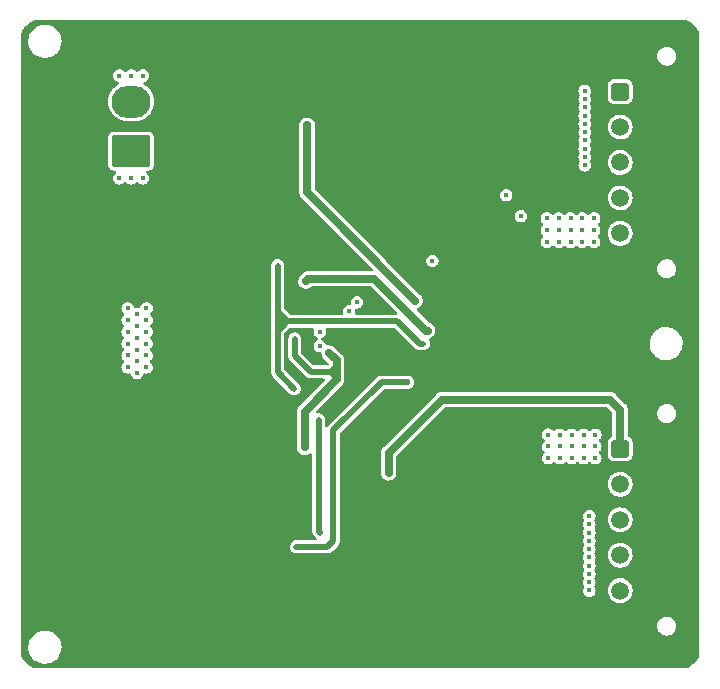
<source format=gbr>
%TF.GenerationSoftware,KiCad,Pcbnew,(5.99.0-12732-g288a94f5aa)*%
%TF.CreationDate,2021-10-13T10:13:53+08:00*%
%TF.ProjectId,Dual-Power,4475616c-2d50-46f7-9765-722e6b696361,rev?*%
%TF.SameCoordinates,Original*%
%TF.FileFunction,Copper,L2,Inr*%
%TF.FilePolarity,Positive*%
%FSLAX46Y46*%
G04 Gerber Fmt 4.6, Leading zero omitted, Abs format (unit mm)*
G04 Created by KiCad (PCBNEW (5.99.0-12732-g288a94f5aa)) date 2021-10-13 10:13:53*
%MOMM*%
%LPD*%
G01*
G04 APERTURE LIST*
G04 Aperture macros list*
%AMRoundRect*
0 Rectangle with rounded corners*
0 $1 Rounding radius*
0 $2 $3 $4 $5 $6 $7 $8 $9 X,Y pos of 4 corners*
0 Add a 4 corners polygon primitive as box body*
4,1,4,$2,$3,$4,$5,$6,$7,$8,$9,$2,$3,0*
0 Add four circle primitives for the rounded corners*
1,1,$1+$1,$2,$3*
1,1,$1+$1,$4,$5*
1,1,$1+$1,$6,$7*
1,1,$1+$1,$8,$9*
0 Add four rect primitives between the rounded corners*
20,1,$1+$1,$2,$3,$4,$5,0*
20,1,$1+$1,$4,$5,$6,$7,0*
20,1,$1+$1,$6,$7,$8,$9,0*
20,1,$1+$1,$8,$9,$2,$3,0*%
G04 Aperture macros list end*
%TA.AperFunction,ComponentPad*%
%ADD10RoundRect,0.250000X-0.500000X0.500000X-0.500000X-0.500000X0.500000X-0.500000X0.500000X0.500000X0*%
%TD*%
%TA.AperFunction,ComponentPad*%
%ADD11C,1.500000*%
%TD*%
%TA.AperFunction,ComponentPad*%
%ADD12RoundRect,0.250001X1.399999X-1.099999X1.399999X1.099999X-1.399999X1.099999X-1.399999X-1.099999X0*%
%TD*%
%TA.AperFunction,ComponentPad*%
%ADD13O,3.300000X2.700000*%
%TD*%
%TA.AperFunction,ViaPad*%
%ADD14C,0.500000*%
%TD*%
%TA.AperFunction,ViaPad*%
%ADD15C,0.450000*%
%TD*%
%TA.AperFunction,ViaPad*%
%ADD16C,0.550000*%
%TD*%
%TA.AperFunction,Conductor*%
%ADD17C,0.500000*%
%TD*%
%TA.AperFunction,Conductor*%
%ADD18C,0.700000*%
%TD*%
G04 APERTURE END LIST*
D10*
%TO.N,Vout1(12V)*%
%TO.C,J1*%
X163500000Y-65860000D03*
D11*
X163500000Y-68860000D03*
X163500000Y-71860000D03*
X163500000Y-74860000D03*
X163500000Y-77860000D03*
%TO.N,GND*%
X166500000Y-65860000D03*
X166500000Y-68860000D03*
X166500000Y-71860000D03*
X166500000Y-74860000D03*
X166500000Y-77860000D03*
%TD*%
D10*
%TO.N,Vout2(-12V)*%
%TO.C,J2*%
X163500000Y-96110000D03*
D11*
X163500000Y-99110000D03*
X163500000Y-102110000D03*
X163500000Y-105110000D03*
X163500000Y-108110000D03*
%TO.N,GND*%
X166500000Y-96110000D03*
X166500000Y-99110000D03*
X166500000Y-102110000D03*
X166500000Y-105110000D03*
X166500000Y-108110000D03*
%TD*%
D12*
%TO.N,VIN*%
%TO.C,J3*%
X122100000Y-70900000D03*
D13*
X122100000Y-66700000D03*
%TO.N,GND*%
X116600000Y-70900000D03*
X116600000Y-66700000D03*
%TD*%
D14*
%TO.N,GND*%
X142400000Y-86160000D03*
X143200000Y-86160000D03*
X144000000Y-86160000D03*
X141600000Y-86960000D03*
X142400000Y-86960000D03*
X143200000Y-86960000D03*
X144000000Y-86960000D03*
X141600000Y-87760000D03*
X142400000Y-87760000D03*
X143200000Y-87760000D03*
X144000000Y-87760000D03*
X141600000Y-88560000D03*
X142400000Y-88560000D03*
X143200000Y-88560000D03*
X144000000Y-88560000D03*
D15*
X169400000Y-61800000D03*
X167400000Y-60700000D03*
X169400000Y-60700000D03*
X168400000Y-60700000D03*
X165400000Y-60700000D03*
X166400000Y-60700000D03*
X165400000Y-113800000D03*
X166400000Y-113800000D03*
X169400000Y-113800000D03*
X167400000Y-113800000D03*
X168400000Y-113800000D03*
D14*
X140600000Y-89930000D03*
D15*
X117400000Y-60700000D03*
X118400000Y-60700000D03*
X119400000Y-60700000D03*
X120400000Y-60700000D03*
X121400000Y-60700000D03*
X122400000Y-60700000D03*
X123400000Y-60700000D03*
X124400000Y-60700000D03*
X125400000Y-60700000D03*
X126400000Y-60700000D03*
X127400000Y-60700000D03*
X128400000Y-60700000D03*
X129400000Y-60700000D03*
X130400000Y-60700000D03*
X131400000Y-60700000D03*
X132400000Y-60700000D03*
X133400000Y-60700000D03*
X134400000Y-60700000D03*
X135400000Y-60700000D03*
X136400000Y-60700000D03*
X137400000Y-60700000D03*
X138400000Y-60700000D03*
X139400000Y-60700000D03*
X140400000Y-60700000D03*
X141400000Y-60700000D03*
X142400000Y-60700000D03*
X143400000Y-60700000D03*
X144400000Y-60700000D03*
X145400000Y-60700000D03*
X146400000Y-60700000D03*
X147400000Y-60700000D03*
X148400000Y-60700000D03*
X149400000Y-60700000D03*
X150400000Y-60700000D03*
X151400000Y-60700000D03*
X152400000Y-60700000D03*
X153400000Y-60700000D03*
X154400000Y-60700000D03*
X155400000Y-60700000D03*
X156400000Y-60700000D03*
X157400000Y-60700000D03*
X158400000Y-60700000D03*
X159400000Y-60700000D03*
X160400000Y-60700000D03*
X161400000Y-60700000D03*
X162400000Y-60700000D03*
X163400000Y-60700000D03*
X164400000Y-60700000D03*
X142400000Y-113800000D03*
X128400000Y-113800000D03*
X144400000Y-113800000D03*
X136400000Y-113800000D03*
X134400000Y-113800000D03*
X152400000Y-113800000D03*
X119400000Y-113800000D03*
X129400000Y-113800000D03*
X124400000Y-113800000D03*
X123400000Y-113800000D03*
X118400000Y-113800000D03*
X125400000Y-113800000D03*
X117400000Y-113800000D03*
X137400000Y-113800000D03*
X138400000Y-113800000D03*
X121400000Y-113800000D03*
X141400000Y-113800000D03*
X143400000Y-113800000D03*
X146400000Y-113800000D03*
X149400000Y-113800000D03*
X120400000Y-113800000D03*
X150400000Y-113800000D03*
X151400000Y-113800000D03*
X154400000Y-113800000D03*
X155400000Y-113800000D03*
X147400000Y-113800000D03*
X158400000Y-113800000D03*
X139400000Y-113800000D03*
X159400000Y-113800000D03*
X132400000Y-113800000D03*
X160400000Y-113800000D03*
X161400000Y-113800000D03*
X145400000Y-113800000D03*
X133400000Y-113800000D03*
X130400000Y-113800000D03*
X148400000Y-113800000D03*
X153400000Y-113800000D03*
X122400000Y-113800000D03*
X126400000Y-113800000D03*
X156400000Y-113800000D03*
X157400000Y-113800000D03*
X127400000Y-113800000D03*
X135400000Y-113800000D03*
X131400000Y-113800000D03*
X140400000Y-113800000D03*
X163400000Y-113800000D03*
X164400000Y-113800000D03*
X162400000Y-113800000D03*
X169400000Y-83900000D03*
X169400000Y-72900000D03*
X169400000Y-101900000D03*
X169400000Y-96900000D03*
X169400000Y-86900000D03*
X169400000Y-100900000D03*
X169400000Y-69900000D03*
X169400000Y-91900000D03*
X169400000Y-105900000D03*
X169400000Y-73900000D03*
X169400001Y-107900000D03*
X169400000Y-95900000D03*
X169400001Y-84900000D03*
X169400001Y-103900000D03*
X169400000Y-104900000D03*
X169400000Y-74900000D03*
X169400000Y-108900000D03*
X169400000Y-81900000D03*
X169400000Y-68900000D03*
X169400000Y-88900000D03*
X169400001Y-75900000D03*
X169400000Y-97900000D03*
X169400000Y-76900000D03*
X169400000Y-90900000D03*
X169400000Y-99900000D03*
X169400000Y-67900000D03*
X169400001Y-98900000D03*
X169400000Y-63900000D03*
X169400000Y-106900000D03*
X169400001Y-66900000D03*
X169400001Y-70900000D03*
X169400001Y-93900000D03*
X169400001Y-102900000D03*
X169400001Y-94900000D03*
X169400000Y-65900000D03*
X169400001Y-71900000D03*
X169400000Y-79900000D03*
X169400000Y-85900000D03*
X169400000Y-92900000D03*
X169400001Y-80900000D03*
X169400000Y-64900000D03*
X169400000Y-77900000D03*
X169400001Y-89900000D03*
X169400001Y-112900000D03*
X169400000Y-87900000D03*
X169400000Y-111900000D03*
X169400000Y-78900000D03*
X169400000Y-110900000D03*
X169400001Y-62900000D03*
X169400000Y-109900000D03*
X169400000Y-82900000D03*
X133200000Y-94900000D03*
X132466665Y-94900000D03*
D14*
X141600000Y-86160000D03*
D15*
X138030000Y-88600000D03*
%TO.N,VIN*%
X123400000Y-84200000D03*
X123400000Y-85200000D03*
X123400000Y-86200000D03*
X123400000Y-87200000D03*
X123400000Y-88200000D03*
X123400000Y-89200000D03*
X121800000Y-86200000D03*
X121800000Y-87200000D03*
X122600000Y-88700000D03*
X121800000Y-89200000D03*
X121800000Y-84200000D03*
X121800000Y-85200000D03*
X122600000Y-89700000D03*
X122600000Y-84700000D03*
X122600000Y-86700000D03*
X122600000Y-87700000D03*
X122600000Y-85700000D03*
X121800000Y-88200000D03*
X123100000Y-73199999D03*
X121100000Y-73200000D03*
X122100000Y-73200000D03*
X121100000Y-64500000D03*
X123100000Y-64499999D03*
X122100000Y-64500000D03*
X146849982Y-87199990D03*
X135910016Y-91010014D03*
X134500002Y-80600000D03*
%TO.N,INTVcc*%
X135960000Y-86800000D03*
X138890000Y-87990000D03*
X136790000Y-95990000D03*
%TO.N,Vout2(-12V)*%
X160400000Y-96900000D03*
X157400000Y-96900000D03*
X161400000Y-96900000D03*
X158400000Y-96900000D03*
X159400000Y-96900000D03*
X158400000Y-94900000D03*
X159400000Y-95900000D03*
X158400000Y-95900000D03*
X161400000Y-94900000D03*
X159400000Y-94900000D03*
X157400000Y-95900000D03*
X157400000Y-94900000D03*
X160400000Y-95900000D03*
X161400000Y-95900000D03*
X160400000Y-94900000D03*
X160900000Y-105300000D03*
X160900000Y-106700000D03*
X160900000Y-101800000D03*
X160900000Y-108100000D03*
X160900000Y-103200000D03*
X160900000Y-107400000D03*
X160900000Y-106000000D03*
X160900000Y-104600000D03*
X160900000Y-103900000D03*
X160900000Y-102500000D03*
X143890000Y-98140000D03*
%TO.N,Net-(C23-Pad1)*%
X147600000Y-80200000D03*
%TO.N,Vout1(12V)*%
X160500000Y-65800000D03*
X160500000Y-68600000D03*
X160500000Y-67900000D03*
X160500000Y-67200000D03*
X160500000Y-66500000D03*
X160500000Y-69300000D03*
X160500000Y-70000000D03*
X160500000Y-71400000D03*
X160500000Y-70700000D03*
X160500000Y-72100000D03*
X158300000Y-76600000D03*
X159300000Y-76600000D03*
X160300000Y-76600000D03*
X161300000Y-76600000D03*
X157300000Y-77600000D03*
X158300000Y-77600000D03*
X159300000Y-77600000D03*
X160300000Y-77600000D03*
X161300000Y-77600000D03*
X157300000Y-78600000D03*
X158300000Y-78600000D03*
X159300000Y-78600000D03*
X160300000Y-78600000D03*
X161300000Y-78600000D03*
X157300000Y-76600000D03*
X155100000Y-76400000D03*
X140550000Y-84450000D03*
%TO.N,Net-(C25-Pad1)*%
X153850000Y-74630000D03*
X141220000Y-83700000D03*
%TO.N,Net-(D1-Pad2)*%
X138070000Y-86200000D03*
%TO.N,Net-(D2-Pad2)*%
X138070000Y-87410000D03*
%TO.N,Net-(Q1-Pad4)*%
X136100000Y-104400000D03*
D16*
X145490000Y-90460000D03*
D15*
%TO.N,Net-(Q1-Pad1)*%
X137990011Y-93649989D03*
X138100000Y-103200004D03*
%TO.N,Net-(Q2-Pad4)*%
X147200000Y-86100000D03*
D16*
X136900000Y-81900000D03*
D15*
%TO.N,Net-(Q3-Pad4)*%
X137000000Y-68700000D03*
X137000000Y-74400000D03*
X146150001Y-83550005D03*
%TD*%
D17*
%TO.N,VIN*%
X134500000Y-84882843D02*
X134500000Y-84600000D01*
X134700000Y-85900000D02*
X135300000Y-85300000D01*
X134800000Y-85700000D02*
X134800000Y-84851472D01*
X134500000Y-86100000D02*
X135100000Y-85500000D01*
X146531784Y-87199990D02*
X146849982Y-87199990D01*
X134700000Y-84700000D02*
X135300000Y-85300000D01*
X134500002Y-80600000D02*
X134500002Y-84500002D01*
X134500000Y-84900000D02*
X134500000Y-89599998D01*
X134500000Y-80600000D02*
X134500000Y-80600000D01*
X135300000Y-85300000D02*
X144631794Y-85300000D01*
X134500000Y-89599998D02*
X135910016Y-91010014D01*
X144631794Y-85300000D02*
X146531784Y-87199990D01*
X135100000Y-85100000D02*
X134500002Y-84500002D01*
%TO.N,INTVcc*%
X139000000Y-89600000D02*
X139600000Y-90200000D01*
X139000000Y-89600000D02*
X139600000Y-89000000D01*
D18*
X136790000Y-95990000D02*
X136790000Y-95990000D01*
D17*
X137300000Y-89600000D02*
X139420000Y-89600000D01*
X135960000Y-86800000D02*
X135960000Y-88260000D01*
D18*
X139510000Y-90230000D02*
X136790000Y-92950000D01*
X139510000Y-89510000D02*
X139510000Y-90230000D01*
D17*
X135960000Y-88260000D02*
X137300000Y-89600000D01*
D18*
X138880000Y-87990000D02*
X139510000Y-88620000D01*
X136790000Y-92950000D02*
X136790000Y-95990000D01*
X139510000Y-88620000D02*
X139510000Y-89510000D01*
D17*
X139420000Y-89600000D02*
X139510000Y-89510000D01*
D18*
%TO.N,Vout2(-12V)*%
X163500000Y-92780000D02*
X163500000Y-96110000D01*
X143890000Y-96440000D02*
X148380000Y-91950000D01*
X148380000Y-91950000D02*
X162670000Y-91950000D01*
X162670000Y-91950000D02*
X163500000Y-92780000D01*
X143890000Y-98140000D02*
X143890000Y-96440000D01*
D17*
%TO.N,Net-(Q1-Pad4)*%
X143300000Y-90460000D02*
X145490000Y-90460000D01*
X139220000Y-103900000D02*
X139220000Y-94540000D01*
X138720000Y-104400000D02*
X139220000Y-103900000D01*
X139220000Y-94540000D02*
X143300000Y-90460000D01*
X136100000Y-104400000D02*
X138720000Y-104400000D01*
%TO.N,Net-(Q1-Pad1)*%
X137980000Y-103080004D02*
X137980000Y-93660000D01*
X138100000Y-103200004D02*
X137980000Y-103080004D01*
X137980000Y-93660000D02*
X137990011Y-93649989D01*
D18*
%TO.N,Net-(Q2-Pad4)*%
X137100000Y-81700000D02*
X136900000Y-81900000D01*
X142700000Y-81700000D02*
X137100000Y-81700000D01*
X142700000Y-81700000D02*
X147100000Y-86100000D01*
X147100000Y-86100000D02*
X147200000Y-86100000D01*
%TO.N,Net-(Q3-Pad4)*%
X146150001Y-83550001D02*
X146150001Y-83550005D01*
X137000000Y-68700000D02*
X137000000Y-74400000D01*
X137000000Y-74400000D02*
X146150001Y-83550001D01*
%TD*%
%TA.AperFunction,Conductor*%
%TO.N,GND*%
G36*
X169131133Y-59810925D02*
G01*
X169215545Y-59848916D01*
X169228804Y-59855874D01*
X169443324Y-59985555D01*
X169455647Y-59994061D01*
X169652968Y-60148652D01*
X169664176Y-60158582D01*
X169841418Y-60335824D01*
X169851348Y-60347032D01*
X170005939Y-60544353D01*
X170014445Y-60556676D01*
X170144126Y-60771196D01*
X170151084Y-60784455D01*
X170189075Y-60868867D01*
X170200000Y-60919758D01*
X170200000Y-113580242D01*
X170189075Y-113631133D01*
X170151084Y-113715545D01*
X170144126Y-113728804D01*
X170014445Y-113943324D01*
X170005941Y-113955644D01*
X169889600Y-114104143D01*
X169851348Y-114152968D01*
X169841418Y-114164176D01*
X169664176Y-114341418D01*
X169652968Y-114351348D01*
X169455647Y-114505939D01*
X169443324Y-114514445D01*
X169228804Y-114644126D01*
X169215545Y-114651084D01*
X169131133Y-114689075D01*
X169080242Y-114700000D01*
X113919758Y-114700000D01*
X113868867Y-114689075D01*
X113784455Y-114651084D01*
X113771196Y-114644126D01*
X113556676Y-114514445D01*
X113544353Y-114505939D01*
X113347032Y-114351348D01*
X113335824Y-114341418D01*
X113158582Y-114164176D01*
X113148652Y-114152968D01*
X113110400Y-114104143D01*
X112994059Y-113955644D01*
X112985555Y-113943324D01*
X112855874Y-113728804D01*
X112848916Y-113715545D01*
X112810925Y-113631133D01*
X112800000Y-113580242D01*
X112800000Y-112865665D01*
X113395119Y-112865665D01*
X113395412Y-112870747D01*
X113395412Y-112870748D01*
X113400857Y-112965181D01*
X113408376Y-113095580D01*
X113459006Y-113320242D01*
X113545649Y-113533618D01*
X113548311Y-113537962D01*
X113663317Y-113725635D01*
X113663321Y-113725640D01*
X113665979Y-113729978D01*
X113669311Y-113733824D01*
X113669312Y-113733826D01*
X113739108Y-113814400D01*
X113816763Y-113904048D01*
X113820673Y-113907294D01*
X113820677Y-113907298D01*
X113900253Y-113973363D01*
X113993953Y-114051154D01*
X114093516Y-114109334D01*
X114178287Y-114158870D01*
X114192790Y-114167345D01*
X114197543Y-114169160D01*
X114197545Y-114169161D01*
X114265584Y-114195142D01*
X114407934Y-114249501D01*
X114412920Y-114250515D01*
X114412922Y-114250516D01*
X114483822Y-114264940D01*
X114633607Y-114295414D01*
X114783235Y-114300901D01*
X114858670Y-114303667D01*
X114858673Y-114303667D01*
X114863749Y-114303853D01*
X115092178Y-114274591D01*
X115097048Y-114273130D01*
X115307892Y-114209874D01*
X115307895Y-114209873D01*
X115312761Y-114208413D01*
X115317324Y-114206177D01*
X115317328Y-114206176D01*
X115425938Y-114152968D01*
X115519574Y-114107096D01*
X115707062Y-113973363D01*
X115870190Y-113810803D01*
X116004577Y-113623783D01*
X116106615Y-113417325D01*
X116173563Y-113196975D01*
X116203622Y-112968649D01*
X116205300Y-112900000D01*
X116186430Y-112670478D01*
X116130326Y-112447120D01*
X116038496Y-112235924D01*
X116035736Y-112231658D01*
X116035733Y-112231652D01*
X115916167Y-112046832D01*
X115916165Y-112046830D01*
X115913405Y-112042563D01*
X115758412Y-111872229D01*
X115754427Y-111869082D01*
X115754424Y-111869079D01*
X115581672Y-111732648D01*
X115581673Y-111732648D01*
X115577681Y-111729496D01*
X115573235Y-111727042D01*
X115573231Y-111727039D01*
X115380520Y-111620657D01*
X115380517Y-111620656D01*
X115376065Y-111618198D01*
X115158978Y-111541323D01*
X115104575Y-111531632D01*
X114937260Y-111501829D01*
X114937255Y-111501829D01*
X114932250Y-111500937D01*
X114841875Y-111499833D01*
X114707061Y-111498185D01*
X114707059Y-111498185D01*
X114701971Y-111498123D01*
X114696942Y-111498893D01*
X114696936Y-111498893D01*
X114566950Y-111518784D01*
X114474325Y-111532958D01*
X114255424Y-111604506D01*
X114250910Y-111606856D01*
X114055664Y-111708494D01*
X114055658Y-111708498D01*
X114051149Y-111710845D01*
X114026308Y-111729496D01*
X113874315Y-111843615D01*
X113866984Y-111849119D01*
X113863469Y-111852798D01*
X113863466Y-111852800D01*
X113804256Y-111914760D01*
X113707877Y-112015616D01*
X113705013Y-112019815D01*
X113705011Y-112019817D01*
X113689495Y-112042563D01*
X113578099Y-112205863D01*
X113481136Y-112414752D01*
X113479774Y-112419662D01*
X113479774Y-112419663D01*
X113472160Y-112447120D01*
X113419592Y-112636673D01*
X113395119Y-112865665D01*
X112800000Y-112865665D01*
X112800000Y-111098753D01*
X166634514Y-111098753D01*
X166652039Y-111277486D01*
X166708726Y-111447896D01*
X166712319Y-111453829D01*
X166712320Y-111453831D01*
X166741389Y-111501829D01*
X166801759Y-111601512D01*
X166926514Y-111730699D01*
X166932308Y-111734490D01*
X166932311Y-111734493D01*
X167028213Y-111797249D01*
X167076789Y-111829036D01*
X167245116Y-111891636D01*
X167423130Y-111915388D01*
X167430031Y-111914760D01*
X167430033Y-111914760D01*
X167537744Y-111904958D01*
X167601981Y-111899112D01*
X167772782Y-111843615D01*
X167927044Y-111751657D01*
X167945068Y-111734493D01*
X168052080Y-111632587D01*
X168052082Y-111632585D01*
X168057099Y-111627807D01*
X168141391Y-111500937D01*
X168152645Y-111483999D01*
X168152646Y-111483997D01*
X168156483Y-111478222D01*
X168220257Y-111310336D01*
X168245251Y-111132493D01*
X168245565Y-111110000D01*
X168225546Y-110931528D01*
X168166485Y-110761927D01*
X168071316Y-110609625D01*
X167944770Y-110482193D01*
X167793136Y-110385963D01*
X167773219Y-110378871D01*
X167630479Y-110328043D01*
X167630475Y-110328042D01*
X167623951Y-110325719D01*
X167445624Y-110304455D01*
X167438735Y-110305179D01*
X167438732Y-110305179D01*
X167273913Y-110322502D01*
X167273911Y-110322502D01*
X167267017Y-110323227D01*
X167260456Y-110325461D01*
X167260454Y-110325461D01*
X167173718Y-110354989D01*
X167097007Y-110381103D01*
X166944045Y-110475206D01*
X166815732Y-110600859D01*
X166718446Y-110751817D01*
X166657022Y-110920578D01*
X166634514Y-111098753D01*
X112800000Y-111098753D01*
X112800000Y-108100000D01*
X160369965Y-108100000D01*
X160388026Y-108237183D01*
X160391137Y-108244694D01*
X160391138Y-108244697D01*
X160426046Y-108328973D01*
X160440976Y-108365017D01*
X160525209Y-108474791D01*
X160634982Y-108559024D01*
X160642490Y-108562134D01*
X160642492Y-108562135D01*
X160678980Y-108577248D01*
X160762817Y-108611974D01*
X160900000Y-108630035D01*
X161037183Y-108611974D01*
X161121020Y-108577248D01*
X161157508Y-108562135D01*
X161157510Y-108562134D01*
X161165018Y-108559024D01*
X161274791Y-108474791D01*
X161359024Y-108365017D01*
X161373954Y-108328973D01*
X161408862Y-108244697D01*
X161408863Y-108244694D01*
X161411974Y-108237183D01*
X161430035Y-108100000D01*
X161429411Y-108095262D01*
X162444520Y-108095262D01*
X162461759Y-108300553D01*
X162518544Y-108498586D01*
X162612712Y-108681818D01*
X162616480Y-108686572D01*
X162645402Y-108723062D01*
X162740677Y-108843270D01*
X162745296Y-108847201D01*
X162892950Y-108972865D01*
X162892955Y-108972869D01*
X162897564Y-108976791D01*
X163077398Y-109077297D01*
X163273329Y-109140959D01*
X163279347Y-109141677D01*
X163279349Y-109141677D01*
X163421410Y-109158616D01*
X163477894Y-109165351D01*
X163483938Y-109164886D01*
X163483939Y-109164886D01*
X163545266Y-109160167D01*
X163683300Y-109149546D01*
X163768596Y-109125731D01*
X163875885Y-109095776D01*
X163875889Y-109095774D01*
X163881725Y-109094145D01*
X164065610Y-109001258D01*
X164227951Y-108874424D01*
X164231907Y-108869840D01*
X164231911Y-108869837D01*
X164358602Y-108723062D01*
X164362564Y-108718472D01*
X164383387Y-108681818D01*
X164461327Y-108544618D01*
X164464323Y-108539344D01*
X164529351Y-108343863D01*
X164534823Y-108300553D01*
X164554736Y-108142919D01*
X164554736Y-108142915D01*
X164555171Y-108139474D01*
X164555583Y-108110000D01*
X164553547Y-108089232D01*
X164536072Y-107911006D01*
X164536072Y-107911004D01*
X164535480Y-107904970D01*
X164475935Y-107707749D01*
X164389240Y-107544697D01*
X164382065Y-107531203D01*
X164382064Y-107531201D01*
X164379218Y-107525849D01*
X164249011Y-107366200D01*
X164090275Y-107234882D01*
X163999665Y-107185889D01*
X163914393Y-107139783D01*
X163914391Y-107139782D01*
X163909055Y-107136897D01*
X163899991Y-107134091D01*
X163718046Y-107077770D01*
X163718047Y-107077770D01*
X163712254Y-107075977D01*
X163507369Y-107054443D01*
X163501336Y-107054992D01*
X163501332Y-107054992D01*
X163375721Y-107066424D01*
X163302203Y-107073114D01*
X163296390Y-107074825D01*
X163296389Y-107074825D01*
X163110392Y-107129567D01*
X163104572Y-107131280D01*
X163083122Y-107142494D01*
X162927374Y-107223917D01*
X162927370Y-107223920D01*
X162922002Y-107226726D01*
X162917279Y-107230523D01*
X162917278Y-107230524D01*
X162877114Y-107262817D01*
X162761447Y-107355815D01*
X162629024Y-107513630D01*
X162529776Y-107694162D01*
X162467484Y-107890532D01*
X162444520Y-108095262D01*
X161429411Y-108095262D01*
X161411974Y-107962817D01*
X161390514Y-107911006D01*
X161362135Y-107842494D01*
X161359024Y-107834983D01*
X161354075Y-107828533D01*
X161354073Y-107828530D01*
X161351740Y-107825489D01*
X161350568Y-107822458D01*
X161350011Y-107821493D01*
X161350161Y-107821406D01*
X161326543Y-107760321D01*
X161340580Y-107691876D01*
X161351740Y-107674511D01*
X161354073Y-107671470D01*
X161354075Y-107671467D01*
X161359024Y-107665017D01*
X161411974Y-107537183D01*
X161430035Y-107400000D01*
X161411974Y-107262817D01*
X161359024Y-107134983D01*
X161354075Y-107128533D01*
X161354073Y-107128530D01*
X161351740Y-107125489D01*
X161350568Y-107122458D01*
X161350011Y-107121493D01*
X161350161Y-107121406D01*
X161326543Y-107060321D01*
X161340580Y-106991876D01*
X161351740Y-106974511D01*
X161354073Y-106971470D01*
X161354075Y-106971467D01*
X161359024Y-106965017D01*
X161411974Y-106837183D01*
X161430035Y-106700000D01*
X161411974Y-106562817D01*
X161359024Y-106434983D01*
X161354075Y-106428533D01*
X161354073Y-106428530D01*
X161351740Y-106425489D01*
X161350568Y-106422458D01*
X161350011Y-106421493D01*
X161350161Y-106421406D01*
X161326543Y-106360321D01*
X161340580Y-106291876D01*
X161351740Y-106274511D01*
X161354073Y-106271470D01*
X161354075Y-106271467D01*
X161359024Y-106265017D01*
X161411974Y-106137183D01*
X161430035Y-106000000D01*
X161411974Y-105862817D01*
X161403878Y-105843270D01*
X161362135Y-105742494D01*
X161359024Y-105734983D01*
X161354075Y-105728533D01*
X161354073Y-105728530D01*
X161351740Y-105725489D01*
X161350568Y-105722458D01*
X161350011Y-105721493D01*
X161350161Y-105721406D01*
X161326543Y-105660321D01*
X161340580Y-105591876D01*
X161351740Y-105574511D01*
X161354073Y-105571470D01*
X161354075Y-105571467D01*
X161359024Y-105565017D01*
X161411974Y-105437183D01*
X161430035Y-105300000D01*
X161411974Y-105162817D01*
X161400869Y-105136005D01*
X161383992Y-105095262D01*
X162444520Y-105095262D01*
X162461759Y-105300553D01*
X162518544Y-105498586D01*
X162612712Y-105681818D01*
X162616480Y-105686572D01*
X162645402Y-105723062D01*
X162740677Y-105843270D01*
X162745296Y-105847201D01*
X162892950Y-105972865D01*
X162892955Y-105972869D01*
X162897564Y-105976791D01*
X163077398Y-106077297D01*
X163222785Y-106124536D01*
X163261708Y-106137183D01*
X163273329Y-106140959D01*
X163279347Y-106141677D01*
X163279349Y-106141677D01*
X163421410Y-106158616D01*
X163477894Y-106165351D01*
X163483938Y-106164886D01*
X163483939Y-106164886D01*
X163545266Y-106160167D01*
X163683300Y-106149546D01*
X163768596Y-106125731D01*
X163875885Y-106095776D01*
X163875889Y-106095774D01*
X163881725Y-106094145D01*
X164065610Y-106001258D01*
X164227951Y-105874424D01*
X164231907Y-105869840D01*
X164231911Y-105869837D01*
X164358602Y-105723062D01*
X164362564Y-105718472D01*
X164368443Y-105708124D01*
X164461327Y-105544618D01*
X164464323Y-105539344D01*
X164529351Y-105343863D01*
X164534823Y-105300553D01*
X164554736Y-105142919D01*
X164554736Y-105142915D01*
X164555171Y-105139474D01*
X164555583Y-105110000D01*
X164546905Y-105021493D01*
X164536072Y-104911006D01*
X164536072Y-104911004D01*
X164535480Y-104904970D01*
X164532453Y-104894943D01*
X164477688Y-104713555D01*
X164475935Y-104707749D01*
X164379218Y-104525849D01*
X164249011Y-104366200D01*
X164231864Y-104352015D01*
X164094946Y-104238746D01*
X164094945Y-104238745D01*
X164090275Y-104234882D01*
X163947171Y-104157506D01*
X163914393Y-104139783D01*
X163914391Y-104139782D01*
X163909055Y-104136897D01*
X163899991Y-104134091D01*
X163718046Y-104077770D01*
X163718047Y-104077770D01*
X163712254Y-104075977D01*
X163507369Y-104054443D01*
X163501336Y-104054992D01*
X163501332Y-104054992D01*
X163375721Y-104066424D01*
X163302203Y-104073114D01*
X163296390Y-104074825D01*
X163296389Y-104074825D01*
X163122464Y-104126014D01*
X163104572Y-104131280D01*
X163054407Y-104157506D01*
X162927374Y-104223917D01*
X162927370Y-104223920D01*
X162922002Y-104226726D01*
X162917279Y-104230523D01*
X162917278Y-104230524D01*
X162860077Y-104276515D01*
X162761447Y-104355815D01*
X162629024Y-104513630D01*
X162529776Y-104694162D01*
X162527942Y-104699944D01*
X162527941Y-104699946D01*
X162471271Y-104878594D01*
X162467484Y-104890532D01*
X162444520Y-105095262D01*
X161383992Y-105095262D01*
X161362135Y-105042494D01*
X161359024Y-105034983D01*
X161354075Y-105028533D01*
X161354073Y-105028530D01*
X161351740Y-105025489D01*
X161350568Y-105022458D01*
X161350011Y-105021493D01*
X161350161Y-105021406D01*
X161326543Y-104960321D01*
X161340580Y-104891876D01*
X161351740Y-104874511D01*
X161354073Y-104871470D01*
X161354075Y-104871467D01*
X161359024Y-104865017D01*
X161400487Y-104764916D01*
X161408862Y-104744697D01*
X161408863Y-104744694D01*
X161411974Y-104737183D01*
X161430035Y-104600000D01*
X161411974Y-104462817D01*
X161359024Y-104334983D01*
X161354075Y-104328533D01*
X161354073Y-104328530D01*
X161351740Y-104325489D01*
X161350568Y-104322458D01*
X161350011Y-104321493D01*
X161350161Y-104321406D01*
X161326543Y-104260321D01*
X161340580Y-104191876D01*
X161351740Y-104174511D01*
X161354073Y-104171470D01*
X161354075Y-104171467D01*
X161359024Y-104165017D01*
X161394850Y-104078524D01*
X161408862Y-104044697D01*
X161408863Y-104044694D01*
X161411974Y-104037183D01*
X161430035Y-103900000D01*
X161411974Y-103762817D01*
X161398486Y-103730252D01*
X161362135Y-103642494D01*
X161359024Y-103634983D01*
X161354075Y-103628533D01*
X161354073Y-103628530D01*
X161351740Y-103625489D01*
X161350568Y-103622458D01*
X161350011Y-103621493D01*
X161350161Y-103621406D01*
X161326543Y-103560321D01*
X161340580Y-103491876D01*
X161351740Y-103474511D01*
X161354073Y-103471470D01*
X161354075Y-103471467D01*
X161359024Y-103465017D01*
X161390810Y-103388279D01*
X161408862Y-103344697D01*
X161408863Y-103344694D01*
X161411974Y-103337183D01*
X161430035Y-103200000D01*
X161411974Y-103062817D01*
X161359024Y-102934983D01*
X161354075Y-102928533D01*
X161354073Y-102928530D01*
X161351740Y-102925489D01*
X161350568Y-102922458D01*
X161350011Y-102921493D01*
X161350161Y-102921406D01*
X161326543Y-102860321D01*
X161340580Y-102791876D01*
X161351740Y-102774511D01*
X161354073Y-102771470D01*
X161354075Y-102771467D01*
X161359024Y-102765017D01*
X161411974Y-102637183D01*
X161430035Y-102500000D01*
X161411974Y-102362817D01*
X161401633Y-102337850D01*
X161362135Y-102242494D01*
X161359024Y-102234983D01*
X161354075Y-102228533D01*
X161354073Y-102228530D01*
X161351740Y-102225489D01*
X161350568Y-102222458D01*
X161350011Y-102221493D01*
X161350161Y-102221406D01*
X161326543Y-102160321D01*
X161339886Y-102095262D01*
X162444520Y-102095262D01*
X162461759Y-102300553D01*
X162518544Y-102498586D01*
X162612712Y-102681818D01*
X162616480Y-102686572D01*
X162689416Y-102778594D01*
X162740677Y-102843270D01*
X162745296Y-102847201D01*
X162892950Y-102972865D01*
X162892955Y-102972869D01*
X162897564Y-102976791D01*
X163077398Y-103077297D01*
X163273329Y-103140959D01*
X163279347Y-103141677D01*
X163279349Y-103141677D01*
X163421410Y-103158616D01*
X163477894Y-103165351D01*
X163483938Y-103164886D01*
X163483939Y-103164886D01*
X163545266Y-103160167D01*
X163683300Y-103149546D01*
X163775333Y-103123850D01*
X163875885Y-103095776D01*
X163875889Y-103095774D01*
X163881725Y-103094145D01*
X164065610Y-103001258D01*
X164227951Y-102874424D01*
X164231907Y-102869840D01*
X164231911Y-102869837D01*
X164358602Y-102723062D01*
X164362564Y-102718472D01*
X164383387Y-102681818D01*
X164461327Y-102544618D01*
X164464323Y-102539344D01*
X164523046Y-102362817D01*
X164527439Y-102349611D01*
X164527439Y-102349610D01*
X164529351Y-102343863D01*
X164534823Y-102300553D01*
X164554736Y-102142919D01*
X164554736Y-102142915D01*
X164555171Y-102139474D01*
X164555583Y-102110000D01*
X164551805Y-102071470D01*
X164536072Y-101911006D01*
X164536072Y-101911004D01*
X164535480Y-101904970D01*
X164475935Y-101707749D01*
X164379218Y-101525849D01*
X164249011Y-101366200D01*
X164224503Y-101345925D01*
X164094946Y-101238746D01*
X164094945Y-101238745D01*
X164090275Y-101234882D01*
X163909055Y-101136897D01*
X163899991Y-101134091D01*
X163718046Y-101077770D01*
X163718047Y-101077770D01*
X163712254Y-101075977D01*
X163507369Y-101054443D01*
X163501336Y-101054992D01*
X163501332Y-101054992D01*
X163375721Y-101066424D01*
X163302203Y-101073114D01*
X163296390Y-101074825D01*
X163296389Y-101074825D01*
X163292475Y-101075977D01*
X163104572Y-101131280D01*
X163020819Y-101175065D01*
X162927374Y-101223917D01*
X162927370Y-101223920D01*
X162922002Y-101226726D01*
X162917279Y-101230523D01*
X162917278Y-101230524D01*
X162773748Y-101345925D01*
X162761447Y-101355815D01*
X162629024Y-101513630D01*
X162529776Y-101694162D01*
X162467484Y-101890532D01*
X162463156Y-101929120D01*
X162446390Y-102078594D01*
X162444520Y-102095262D01*
X161339886Y-102095262D01*
X161340580Y-102091876D01*
X161351740Y-102074511D01*
X161354073Y-102071470D01*
X161354075Y-102071467D01*
X161359024Y-102065017D01*
X161411974Y-101937183D01*
X161430035Y-101800000D01*
X161411974Y-101662817D01*
X161359024Y-101534983D01*
X161274791Y-101425209D01*
X161165018Y-101340976D01*
X161157510Y-101337866D01*
X161157508Y-101337865D01*
X161121020Y-101322752D01*
X161037183Y-101288026D01*
X160900000Y-101269965D01*
X160762817Y-101288026D01*
X160755306Y-101291137D01*
X160755303Y-101291138D01*
X160755301Y-101291139D01*
X160634983Y-101340976D01*
X160525209Y-101425209D01*
X160440976Y-101534983D01*
X160388026Y-101662817D01*
X160369965Y-101800000D01*
X160388026Y-101937183D01*
X160440976Y-102065017D01*
X160445925Y-102071467D01*
X160445927Y-102071470D01*
X160448260Y-102074511D01*
X160449432Y-102077542D01*
X160449989Y-102078507D01*
X160449839Y-102078594D01*
X160473457Y-102139679D01*
X160459420Y-102208124D01*
X160448260Y-102225489D01*
X160445927Y-102228530D01*
X160445925Y-102228533D01*
X160440976Y-102234983D01*
X160437865Y-102242494D01*
X160398368Y-102337850D01*
X160388026Y-102362817D01*
X160369965Y-102500000D01*
X160388026Y-102637183D01*
X160440976Y-102765017D01*
X160445925Y-102771467D01*
X160445927Y-102771470D01*
X160448260Y-102774511D01*
X160449432Y-102777542D01*
X160449989Y-102778507D01*
X160449839Y-102778594D01*
X160473457Y-102839679D01*
X160459420Y-102908124D01*
X160448260Y-102925489D01*
X160445927Y-102928530D01*
X160445925Y-102928533D01*
X160440976Y-102934983D01*
X160388026Y-103062817D01*
X160369965Y-103200000D01*
X160388026Y-103337183D01*
X160391137Y-103344694D01*
X160391138Y-103344697D01*
X160409190Y-103388279D01*
X160440976Y-103465017D01*
X160445925Y-103471467D01*
X160445927Y-103471470D01*
X160448260Y-103474511D01*
X160449432Y-103477542D01*
X160449989Y-103478507D01*
X160449839Y-103478594D01*
X160473457Y-103539679D01*
X160459420Y-103608124D01*
X160448260Y-103625489D01*
X160445927Y-103628530D01*
X160445925Y-103628533D01*
X160440976Y-103634983D01*
X160437865Y-103642494D01*
X160401515Y-103730252D01*
X160388026Y-103762817D01*
X160369965Y-103900000D01*
X160388026Y-104037183D01*
X160391137Y-104044694D01*
X160391138Y-104044697D01*
X160405150Y-104078524D01*
X160440976Y-104165017D01*
X160445925Y-104171467D01*
X160445927Y-104171470D01*
X160448260Y-104174511D01*
X160449432Y-104177542D01*
X160449989Y-104178507D01*
X160449839Y-104178594D01*
X160473457Y-104239679D01*
X160459420Y-104308124D01*
X160448260Y-104325489D01*
X160445927Y-104328530D01*
X160445925Y-104328533D01*
X160440976Y-104334983D01*
X160388026Y-104462817D01*
X160369965Y-104600000D01*
X160388026Y-104737183D01*
X160391137Y-104744694D01*
X160391138Y-104744697D01*
X160399513Y-104764916D01*
X160440976Y-104865017D01*
X160445925Y-104871467D01*
X160445927Y-104871470D01*
X160448260Y-104874511D01*
X160449432Y-104877542D01*
X160449989Y-104878507D01*
X160449839Y-104878594D01*
X160473457Y-104939679D01*
X160459420Y-105008124D01*
X160448260Y-105025489D01*
X160445927Y-105028530D01*
X160445925Y-105028533D01*
X160440976Y-105034983D01*
X160437865Y-105042494D01*
X160399132Y-105136005D01*
X160388026Y-105162817D01*
X160369965Y-105300000D01*
X160388026Y-105437183D01*
X160440976Y-105565017D01*
X160445925Y-105571467D01*
X160445927Y-105571470D01*
X160448260Y-105574511D01*
X160449432Y-105577542D01*
X160449989Y-105578507D01*
X160449839Y-105578594D01*
X160473457Y-105639679D01*
X160459420Y-105708124D01*
X160448260Y-105725489D01*
X160445927Y-105728530D01*
X160445925Y-105728533D01*
X160440976Y-105734983D01*
X160437865Y-105742494D01*
X160396123Y-105843270D01*
X160388026Y-105862817D01*
X160369965Y-106000000D01*
X160388026Y-106137183D01*
X160440976Y-106265017D01*
X160445925Y-106271467D01*
X160445927Y-106271470D01*
X160448260Y-106274511D01*
X160449432Y-106277542D01*
X160449989Y-106278507D01*
X160449839Y-106278594D01*
X160473457Y-106339679D01*
X160459420Y-106408124D01*
X160448260Y-106425489D01*
X160445927Y-106428530D01*
X160445925Y-106428533D01*
X160440976Y-106434983D01*
X160388026Y-106562817D01*
X160369965Y-106700000D01*
X160388026Y-106837183D01*
X160440976Y-106965017D01*
X160445925Y-106971467D01*
X160445927Y-106971470D01*
X160448260Y-106974511D01*
X160449432Y-106977542D01*
X160449989Y-106978507D01*
X160449839Y-106978594D01*
X160473457Y-107039679D01*
X160459420Y-107108124D01*
X160448260Y-107125489D01*
X160445927Y-107128530D01*
X160445925Y-107128533D01*
X160440976Y-107134983D01*
X160388026Y-107262817D01*
X160369965Y-107400000D01*
X160388026Y-107537183D01*
X160440976Y-107665017D01*
X160445925Y-107671467D01*
X160445927Y-107671470D01*
X160448260Y-107674511D01*
X160449432Y-107677542D01*
X160449989Y-107678507D01*
X160449839Y-107678594D01*
X160473457Y-107739679D01*
X160459420Y-107808124D01*
X160448260Y-107825489D01*
X160445927Y-107828530D01*
X160445925Y-107828533D01*
X160440976Y-107834983D01*
X160437865Y-107842494D01*
X160409487Y-107911006D01*
X160388026Y-107962817D01*
X160369965Y-108100000D01*
X112800000Y-108100000D01*
X112800000Y-89200000D01*
X121269965Y-89200000D01*
X121288026Y-89337183D01*
X121291137Y-89344694D01*
X121291138Y-89344697D01*
X121317480Y-89408293D01*
X121340976Y-89465017D01*
X121425209Y-89574791D01*
X121534982Y-89659024D01*
X121542490Y-89662134D01*
X121542492Y-89662135D01*
X121578980Y-89677248D01*
X121662817Y-89711974D01*
X121800000Y-89730035D01*
X121808059Y-89728974D01*
X121929125Y-89713035D01*
X121929126Y-89713035D01*
X121937183Y-89711974D01*
X121937305Y-89712902D01*
X122000098Y-89714397D01*
X122057960Y-89753560D01*
X122085280Y-89816325D01*
X122088026Y-89837183D01*
X122091137Y-89844694D01*
X122091138Y-89844697D01*
X122121864Y-89918877D01*
X122140976Y-89965017D01*
X122225209Y-90074791D01*
X122334982Y-90159024D01*
X122342490Y-90162134D01*
X122342492Y-90162135D01*
X122378980Y-90177248D01*
X122462817Y-90211974D01*
X122600000Y-90230035D01*
X122737183Y-90211974D01*
X122821020Y-90177248D01*
X122857508Y-90162135D01*
X122857510Y-90162134D01*
X122865018Y-90159024D01*
X122974791Y-90074791D01*
X123059024Y-89965017D01*
X123078136Y-89918877D01*
X123108862Y-89844697D01*
X123108863Y-89844694D01*
X123111974Y-89837183D01*
X123114720Y-89816325D01*
X123142985Y-89752428D01*
X123201309Y-89713956D01*
X123262700Y-89712860D01*
X123262817Y-89711974D01*
X123270874Y-89713035D01*
X123270875Y-89713035D01*
X123391941Y-89728974D01*
X123400000Y-89730035D01*
X123537183Y-89711974D01*
X123621020Y-89677248D01*
X123657508Y-89662135D01*
X123657510Y-89662134D01*
X123665018Y-89659024D01*
X123774791Y-89574791D01*
X123859024Y-89465017D01*
X123882520Y-89408293D01*
X123908862Y-89344697D01*
X123908863Y-89344694D01*
X123911974Y-89337183D01*
X123930035Y-89200000D01*
X123911974Y-89062817D01*
X123898305Y-89029815D01*
X123862135Y-88942494D01*
X123859024Y-88934983D01*
X123774791Y-88825209D01*
X123739821Y-88798375D01*
X123698618Y-88741947D01*
X123694464Y-88672201D01*
X123728677Y-88611281D01*
X123739821Y-88601625D01*
X123768345Y-88579737D01*
X123774791Y-88574791D01*
X123859024Y-88465017D01*
X123889324Y-88391865D01*
X123908862Y-88344697D01*
X123908863Y-88344694D01*
X123911974Y-88337183D01*
X123930035Y-88200000D01*
X123911974Y-88062817D01*
X123899200Y-88031976D01*
X123862135Y-87942494D01*
X123859024Y-87934983D01*
X123774791Y-87825209D01*
X123739821Y-87798375D01*
X123698618Y-87741947D01*
X123694464Y-87672201D01*
X123728677Y-87611281D01*
X123739821Y-87601625D01*
X123760581Y-87585695D01*
X123774791Y-87574791D01*
X123859024Y-87465017D01*
X123885729Y-87400544D01*
X123908862Y-87344697D01*
X123908863Y-87344694D01*
X123911974Y-87337183D01*
X123930035Y-87200000D01*
X123911974Y-87062817D01*
X123903208Y-87041652D01*
X123867698Y-86955925D01*
X123859024Y-86934983D01*
X123774791Y-86825209D01*
X123739821Y-86798375D01*
X123698618Y-86741947D01*
X123694464Y-86672201D01*
X123728677Y-86611281D01*
X123739821Y-86601625D01*
X123764679Y-86582550D01*
X123774791Y-86574791D01*
X123859024Y-86465017D01*
X123906901Y-86349431D01*
X123908862Y-86344697D01*
X123908863Y-86344694D01*
X123911974Y-86337183D01*
X123930035Y-86200000D01*
X123919167Y-86117454D01*
X133944599Y-86117454D01*
X133946008Y-86125784D01*
X133946008Y-86125787D01*
X133947764Y-86136167D01*
X133949500Y-86156846D01*
X133949500Y-89585041D01*
X133949391Y-89590233D01*
X133946790Y-89652292D01*
X133948721Y-89660523D01*
X133948721Y-89660527D01*
X133956747Y-89694745D01*
X133958876Y-89706230D01*
X133964794Y-89749430D01*
X133968151Y-89757187D01*
X133970834Y-89763387D01*
X133977758Y-89784323D01*
X133981232Y-89799134D01*
X133985305Y-89806542D01*
X134002238Y-89837344D01*
X134007376Y-89847833D01*
X134021337Y-89880095D01*
X134021340Y-89880100D01*
X134024695Y-89887853D01*
X134030012Y-89894419D01*
X134030013Y-89894421D01*
X134034267Y-89899674D01*
X134046557Y-89917963D01*
X134053893Y-89931306D01*
X134060897Y-89939420D01*
X134085509Y-89964032D01*
X134094194Y-89973677D01*
X134119614Y-90005068D01*
X134135084Y-90016062D01*
X134150934Y-90029457D01*
X135547472Y-91425994D01*
X135550837Y-91428548D01*
X135550838Y-91428549D01*
X135616054Y-91478050D01*
X135637233Y-91494126D01*
X135645094Y-91497238D01*
X135645095Y-91497239D01*
X135681662Y-91511717D01*
X135777469Y-91549650D01*
X135818277Y-91553939D01*
X135919064Y-91564532D01*
X135919067Y-91564532D01*
X135927470Y-91565415D01*
X135935800Y-91564006D01*
X135935803Y-91564006D01*
X136067850Y-91541672D01*
X136067851Y-91541672D01*
X136076186Y-91540262D01*
X136093617Y-91532060D01*
X136174232Y-91494126D01*
X136212659Y-91476044D01*
X136222615Y-91467450D01*
X136320437Y-91383013D01*
X136320438Y-91383011D01*
X136326835Y-91377490D01*
X136339079Y-91359061D01*
X136405624Y-91258902D01*
X136405625Y-91258900D01*
X136410301Y-91251862D01*
X136456910Y-91108416D01*
X136459803Y-91039405D01*
X136462872Y-90966168D01*
X136462872Y-90966167D01*
X136463226Y-90957720D01*
X136428784Y-90810878D01*
X136389509Y-90739436D01*
X136359254Y-90684400D01*
X136359250Y-90684395D01*
X136356123Y-90678706D01*
X136349119Y-90670592D01*
X135086819Y-89408293D01*
X135053334Y-89346970D01*
X135050500Y-89320612D01*
X135050500Y-86379387D01*
X135070185Y-86312348D01*
X135086819Y-86291706D01*
X135323222Y-86055303D01*
X135491705Y-85886819D01*
X135553028Y-85853334D01*
X135579386Y-85850500D01*
X137460392Y-85850500D01*
X137527431Y-85870185D01*
X137573186Y-85922989D01*
X137583130Y-85992147D01*
X137574954Y-86021948D01*
X137558026Y-86062817D01*
X137539965Y-86200000D01*
X137558026Y-86337183D01*
X137561137Y-86344694D01*
X137561138Y-86344697D01*
X137563099Y-86349431D01*
X137610976Y-86465017D01*
X137695209Y-86574791D01*
X137804982Y-86659024D01*
X137812490Y-86662134D01*
X137812492Y-86662135D01*
X137880826Y-86690439D01*
X137935230Y-86734279D01*
X137957295Y-86800573D01*
X137940016Y-86868273D01*
X137888879Y-86915884D01*
X137880826Y-86919561D01*
X137851356Y-86931768D01*
X137804983Y-86950976D01*
X137695209Y-87035209D01*
X137690265Y-87041652D01*
X137627981Y-87122822D01*
X137610976Y-87144983D01*
X137607865Y-87152494D01*
X137567559Y-87249803D01*
X137558026Y-87272817D01*
X137539965Y-87410000D01*
X137558026Y-87547183D01*
X137561137Y-87554694D01*
X137561138Y-87554697D01*
X137588288Y-87620242D01*
X137610976Y-87675017D01*
X137695209Y-87784791D01*
X137804982Y-87869024D01*
X137812490Y-87872134D01*
X137812492Y-87872135D01*
X137848980Y-87887248D01*
X137932817Y-87921974D01*
X138070000Y-87940035D01*
X138091138Y-87937252D01*
X138160173Y-87948017D01*
X138212429Y-87994397D01*
X138231263Y-88056296D01*
X138232403Y-88092569D01*
X138234579Y-88100058D01*
X138234579Y-88100060D01*
X138275519Y-88240976D01*
X138278256Y-88250398D01*
X138361919Y-88391865D01*
X138807873Y-88837819D01*
X138841358Y-88899142D01*
X138836374Y-88968834D01*
X138794502Y-89024767D01*
X138729038Y-89049184D01*
X138720192Y-89049500D01*
X137579387Y-89049500D01*
X137512348Y-89029815D01*
X137491706Y-89013181D01*
X136546819Y-88068295D01*
X136513334Y-88006972D01*
X136510500Y-87980614D01*
X136510500Y-86762215D01*
X136498169Y-86672201D01*
X136496353Y-86658940D01*
X136496353Y-86658939D01*
X136495206Y-86650568D01*
X136435305Y-86512145D01*
X136340386Y-86394930D01*
X136217442Y-86307558D01*
X136123015Y-86273562D01*
X136083485Y-86259330D01*
X136083483Y-86259330D01*
X136075532Y-86256467D01*
X136000321Y-86250944D01*
X135933539Y-86246039D01*
X135933538Y-86246039D01*
X135925109Y-86245420D01*
X135916822Y-86247091D01*
X135916821Y-86247091D01*
X135903372Y-86249803D01*
X135777257Y-86275233D01*
X135744927Y-86291706D01*
X135652495Y-86338802D01*
X135642868Y-86343707D01*
X135592488Y-86390034D01*
X135538065Y-86440078D01*
X135538063Y-86440080D01*
X135531844Y-86445799D01*
X135494781Y-86505575D01*
X135473073Y-86540588D01*
X135452365Y-86573986D01*
X135450007Y-86582101D01*
X135450006Y-86582104D01*
X135432369Y-86642813D01*
X135410285Y-86718825D01*
X135409500Y-86729515D01*
X135409500Y-88245043D01*
X135409391Y-88250235D01*
X135406790Y-88312294D01*
X135408721Y-88320525D01*
X135408721Y-88320529D01*
X135416747Y-88354747D01*
X135418876Y-88366232D01*
X135421322Y-88384088D01*
X135423144Y-88397384D01*
X135424794Y-88409432D01*
X135428151Y-88417189D01*
X135430834Y-88423389D01*
X135437758Y-88444325D01*
X135441232Y-88459136D01*
X135462071Y-88497042D01*
X135462238Y-88497346D01*
X135467376Y-88507835D01*
X135481337Y-88540097D01*
X135481340Y-88540102D01*
X135484695Y-88547855D01*
X135490012Y-88554421D01*
X135490013Y-88554423D01*
X135494267Y-88559676D01*
X135506557Y-88577965D01*
X135513893Y-88591308D01*
X135520897Y-88599422D01*
X135545509Y-88624034D01*
X135554194Y-88633679D01*
X135579614Y-88665070D01*
X135595084Y-88676064D01*
X135610934Y-88689459D01*
X136900142Y-89978666D01*
X136903737Y-89982414D01*
X136939125Y-90020898D01*
X136945799Y-90028156D01*
X136982861Y-90051135D01*
X136992487Y-90057751D01*
X137027216Y-90084112D01*
X137035073Y-90087223D01*
X137035075Y-90087224D01*
X137041364Y-90089714D01*
X137061050Y-90099615D01*
X137065170Y-90102169D01*
X137073986Y-90107635D01*
X137115864Y-90119802D01*
X137126916Y-90123586D01*
X137159590Y-90136523D01*
X137159597Y-90136525D01*
X137167453Y-90139635D01*
X137175856Y-90140518D01*
X137175860Y-90140519D01*
X137182573Y-90141224D01*
X137204214Y-90145470D01*
X137212585Y-90147902D01*
X137218825Y-90149715D01*
X137225300Y-90150190D01*
X137225303Y-90150191D01*
X137227240Y-90150333D01*
X137227242Y-90150333D01*
X137229515Y-90150500D01*
X137264323Y-90150500D01*
X137277285Y-90151179D01*
X137317454Y-90155401D01*
X137325784Y-90153992D01*
X137325787Y-90153992D01*
X137336167Y-90152236D01*
X137356846Y-90150500D01*
X138370192Y-90150500D01*
X138437231Y-90170185D01*
X138482986Y-90222989D01*
X138492930Y-90292147D01*
X138463905Y-90355703D01*
X138457873Y-90362181D01*
X136387353Y-92432701D01*
X136378712Y-92440564D01*
X136378647Y-92440618D01*
X136372060Y-92444798D01*
X136366722Y-92450482D01*
X136366720Y-92450484D01*
X136324135Y-92495833D01*
X136321424Y-92498630D01*
X136301089Y-92518965D01*
X136298706Y-92522037D01*
X136298392Y-92522442D01*
X136290805Y-92531325D01*
X136259552Y-92564607D01*
X136255800Y-92571433D01*
X136255795Y-92571439D01*
X136249326Y-92583207D01*
X136238643Y-92599469D01*
X136230424Y-92610065D01*
X136230421Y-92610069D01*
X136225638Y-92616236D01*
X136212031Y-92647681D01*
X136207510Y-92658128D01*
X136202370Y-92668621D01*
X136180373Y-92708632D01*
X136178435Y-92716181D01*
X136178432Y-92716188D01*
X136175092Y-92729198D01*
X136168791Y-92747602D01*
X136160365Y-92767074D01*
X136159145Y-92774777D01*
X136159144Y-92774780D01*
X136153223Y-92812163D01*
X136150854Y-92823601D01*
X136139500Y-92867823D01*
X136139500Y-92889046D01*
X136137973Y-92908444D01*
X136134653Y-92929405D01*
X136135387Y-92937170D01*
X136135387Y-92937172D01*
X136138950Y-92974860D01*
X136139500Y-92986530D01*
X136139500Y-95916788D01*
X136137304Y-95940023D01*
X136135624Y-95948830D01*
X136136114Y-95956613D01*
X136139255Y-96006543D01*
X136139500Y-96014329D01*
X136139500Y-96030925D01*
X136139988Y-96034786D01*
X136141580Y-96047387D01*
X136142313Y-96055140D01*
X136145944Y-96112860D01*
X136148716Y-96121391D01*
X136153805Y-96144162D01*
X136154929Y-96153058D01*
X136172973Y-96198632D01*
X136176222Y-96206837D01*
X136178861Y-96214168D01*
X136192802Y-96257074D01*
X136196732Y-96269171D01*
X136200912Y-96275758D01*
X136200914Y-96275762D01*
X136201540Y-96276748D01*
X136212129Y-96297529D01*
X136215432Y-96305871D01*
X136241192Y-96341326D01*
X136249435Y-96352672D01*
X136253797Y-96359092D01*
X136284798Y-96407940D01*
X136290487Y-96413282D01*
X136291334Y-96414078D01*
X136306757Y-96431572D01*
X136307443Y-96432515D01*
X136307447Y-96432519D01*
X136312037Y-96438837D01*
X136356622Y-96475720D01*
X136362433Y-96480843D01*
X136404607Y-96520448D01*
X136411436Y-96524202D01*
X136411437Y-96524203D01*
X136412460Y-96524765D01*
X136431769Y-96537887D01*
X136438674Y-96543600D01*
X136445736Y-96546923D01*
X136445739Y-96546925D01*
X136490994Y-96568220D01*
X136497935Y-96571756D01*
X136548632Y-96599627D01*
X136557279Y-96601847D01*
X136557314Y-96601856D01*
X136579278Y-96609763D01*
X136587387Y-96613579D01*
X136595054Y-96615042D01*
X136595055Y-96615042D01*
X136644178Y-96624413D01*
X136651778Y-96626111D01*
X136681750Y-96633806D01*
X136707823Y-96640500D01*
X136716788Y-96640500D01*
X136740023Y-96642696D01*
X136748830Y-96644376D01*
X136806543Y-96640745D01*
X136814329Y-96640500D01*
X136830925Y-96640500D01*
X136847396Y-96638419D01*
X136855140Y-96637687D01*
X136912860Y-96634056D01*
X136921391Y-96631284D01*
X136944162Y-96626195D01*
X136945318Y-96626049D01*
X136945319Y-96626049D01*
X136953058Y-96625071D01*
X137006844Y-96603775D01*
X137014161Y-96601142D01*
X137042669Y-96591879D01*
X137061748Y-96585680D01*
X137061749Y-96585679D01*
X137069171Y-96583268D01*
X137075758Y-96579088D01*
X137075762Y-96579086D01*
X137076748Y-96578460D01*
X137097529Y-96567871D01*
X137105871Y-96564568D01*
X137152683Y-96530558D01*
X137159092Y-96526203D01*
X137207940Y-96495202D01*
X137214078Y-96488666D01*
X137231496Y-96473298D01*
X137232532Y-96472544D01*
X137298319Y-96449010D01*
X137366386Y-96464779D01*
X137415122Y-96514845D01*
X137429500Y-96572802D01*
X137429500Y-103065047D01*
X137429391Y-103070239D01*
X137426790Y-103132298D01*
X137428721Y-103140529D01*
X137428721Y-103140533D01*
X137436747Y-103174751D01*
X137438876Y-103186236D01*
X137444794Y-103229436D01*
X137448151Y-103237193D01*
X137450834Y-103243393D01*
X137457758Y-103264329D01*
X137461232Y-103279140D01*
X137482238Y-103317350D01*
X137487376Y-103327839D01*
X137501337Y-103360101D01*
X137501340Y-103360106D01*
X137504695Y-103367859D01*
X137510012Y-103374425D01*
X137510013Y-103374427D01*
X137514267Y-103379680D01*
X137526557Y-103397969D01*
X137533893Y-103411312D01*
X137540897Y-103419426D01*
X137565509Y-103444038D01*
X137574194Y-103453683D01*
X137599614Y-103485074D01*
X137615084Y-103496068D01*
X137630934Y-103509463D01*
X137737456Y-103615985D01*
X137751614Y-103626731D01*
X137793111Y-103682942D01*
X137797631Y-103752665D01*
X137763738Y-103813764D01*
X137702193Y-103846839D01*
X137676643Y-103849500D01*
X136062215Y-103849500D01*
X135987045Y-103859797D01*
X135958940Y-103863647D01*
X135958939Y-103863647D01*
X135950568Y-103864794D01*
X135812145Y-103924695D01*
X135694930Y-104019614D01*
X135607558Y-104142558D01*
X135594584Y-104178594D01*
X135577256Y-104226726D01*
X135556467Y-104284468D01*
X135545420Y-104434891D01*
X135575233Y-104582743D01*
X135579071Y-104590275D01*
X135629293Y-104688842D01*
X135643707Y-104717132D01*
X135745799Y-104828156D01*
X135786578Y-104853440D01*
X135856124Y-104896560D01*
X135873986Y-104907635D01*
X135882101Y-104909993D01*
X135882104Y-104909994D01*
X135957330Y-104931849D01*
X136018825Y-104949715D01*
X136026324Y-104950266D01*
X136027240Y-104950333D01*
X136027242Y-104950333D01*
X136029515Y-104950500D01*
X138705043Y-104950500D01*
X138710236Y-104950609D01*
X138763846Y-104952856D01*
X138763847Y-104952856D01*
X138772294Y-104953210D01*
X138780525Y-104951279D01*
X138780529Y-104951279D01*
X138814747Y-104943253D01*
X138826232Y-104941124D01*
X138844088Y-104938678D01*
X138861060Y-104936353D01*
X138861061Y-104936353D01*
X138869432Y-104935206D01*
X138883390Y-104929166D01*
X138904325Y-104922242D01*
X138910903Y-104920699D01*
X138919136Y-104918768D01*
X138957348Y-104897761D01*
X138967835Y-104892624D01*
X139000097Y-104878663D01*
X139000102Y-104878660D01*
X139007855Y-104875305D01*
X139014421Y-104869988D01*
X139014423Y-104869987D01*
X139019676Y-104865733D01*
X139037965Y-104853443D01*
X139051308Y-104846107D01*
X139059422Y-104839103D01*
X139084034Y-104814491D01*
X139093679Y-104805806D01*
X139125070Y-104780386D01*
X139136064Y-104764916D01*
X139149459Y-104749066D01*
X139598667Y-104299857D01*
X139602415Y-104296262D01*
X139641935Y-104259922D01*
X139641937Y-104259920D01*
X139648156Y-104254201D01*
X139671136Y-104217138D01*
X139677753Y-104207510D01*
X139699002Y-104179516D01*
X139699004Y-104179513D01*
X139704112Y-104172783D01*
X139707223Y-104164925D01*
X139707226Y-104164920D01*
X139709710Y-104158645D01*
X139719618Y-104138944D01*
X139723180Y-104133199D01*
X139727635Y-104126014D01*
X139739800Y-104084142D01*
X139743584Y-104073091D01*
X139756524Y-104040408D01*
X139756525Y-104040405D01*
X139759636Y-104032547D01*
X139761226Y-104017418D01*
X139765471Y-103995784D01*
X139767901Y-103987419D01*
X139769715Y-103981175D01*
X139770500Y-103970485D01*
X139770500Y-103935678D01*
X139771179Y-103922717D01*
X139774518Y-103890952D01*
X139774518Y-103890949D01*
X139775401Y-103882546D01*
X139772236Y-103863833D01*
X139770500Y-103843154D01*
X139770500Y-99095262D01*
X162444520Y-99095262D01*
X162461759Y-99300553D01*
X162518544Y-99498586D01*
X162612712Y-99681818D01*
X162616480Y-99686572D01*
X162645402Y-99723062D01*
X162740677Y-99843270D01*
X162745296Y-99847201D01*
X162892950Y-99972865D01*
X162892955Y-99972869D01*
X162897564Y-99976791D01*
X163077398Y-100077297D01*
X163273329Y-100140959D01*
X163279347Y-100141677D01*
X163279349Y-100141677D01*
X163421410Y-100158616D01*
X163477894Y-100165351D01*
X163483938Y-100164886D01*
X163483939Y-100164886D01*
X163545266Y-100160167D01*
X163683300Y-100149546D01*
X163768596Y-100125731D01*
X163875885Y-100095776D01*
X163875889Y-100095774D01*
X163881725Y-100094145D01*
X164065610Y-100001258D01*
X164227951Y-99874424D01*
X164231907Y-99869840D01*
X164231911Y-99869837D01*
X164358602Y-99723062D01*
X164362564Y-99718472D01*
X164383387Y-99681818D01*
X164461327Y-99544618D01*
X164464323Y-99539344D01*
X164529351Y-99343863D01*
X164534823Y-99300553D01*
X164554736Y-99142919D01*
X164554736Y-99142915D01*
X164555171Y-99139474D01*
X164555583Y-99110000D01*
X164535480Y-98904970D01*
X164502089Y-98794376D01*
X164477688Y-98713555D01*
X164475935Y-98707749D01*
X164379218Y-98525849D01*
X164249011Y-98366200D01*
X164090275Y-98234882D01*
X163909055Y-98136897D01*
X163899991Y-98134091D01*
X163718046Y-98077770D01*
X163718047Y-98077770D01*
X163712254Y-98075977D01*
X163507369Y-98054443D01*
X163501336Y-98054992D01*
X163501332Y-98054992D01*
X163375721Y-98066424D01*
X163302203Y-98073114D01*
X163296390Y-98074825D01*
X163296389Y-98074825D01*
X163292475Y-98075977D01*
X163104572Y-98131280D01*
X163020819Y-98175065D01*
X162927374Y-98223917D01*
X162927370Y-98223920D01*
X162922002Y-98226726D01*
X162917279Y-98230523D01*
X162917278Y-98230524D01*
X162827064Y-98303058D01*
X162761447Y-98355815D01*
X162629024Y-98513630D01*
X162529776Y-98694162D01*
X162527942Y-98699944D01*
X162527941Y-98699946D01*
X162498450Y-98792915D01*
X162467484Y-98890532D01*
X162444520Y-99095262D01*
X139770500Y-99095262D01*
X139770500Y-96419405D01*
X143234653Y-96419405D01*
X143235387Y-96427170D01*
X143235387Y-96427172D01*
X143238950Y-96464860D01*
X143239500Y-96476530D01*
X143239500Y-98180925D01*
X143239988Y-98184785D01*
X143239988Y-98184791D01*
X143244711Y-98222177D01*
X143254929Y-98303058D01*
X143315432Y-98455871D01*
X143412037Y-98588837D01*
X143538674Y-98693600D01*
X143687387Y-98763579D01*
X143695044Y-98765040D01*
X143695045Y-98765040D01*
X143768109Y-98778978D01*
X143848830Y-98794376D01*
X144012860Y-98784056D01*
X144020278Y-98781646D01*
X144020282Y-98781645D01*
X144122352Y-98748480D01*
X144169171Y-98733268D01*
X144230792Y-98694162D01*
X144301353Y-98649383D01*
X144301357Y-98649380D01*
X144307940Y-98645202D01*
X144360870Y-98588837D01*
X144415111Y-98531077D01*
X144415113Y-98531074D01*
X144420448Y-98525393D01*
X144424202Y-98518565D01*
X144424204Y-98518562D01*
X144495870Y-98388203D01*
X144495872Y-98388199D01*
X144499627Y-98381368D01*
X144540500Y-98222177D01*
X144540500Y-96900000D01*
X156869965Y-96900000D01*
X156888026Y-97037183D01*
X156940976Y-97165017D01*
X157025209Y-97274791D01*
X157134982Y-97359024D01*
X157142490Y-97362134D01*
X157142492Y-97362135D01*
X157178980Y-97377248D01*
X157262817Y-97411974D01*
X157400000Y-97430035D01*
X157537183Y-97411974D01*
X157621020Y-97377248D01*
X157657508Y-97362135D01*
X157657510Y-97362134D01*
X157665018Y-97359024D01*
X157774791Y-97274791D01*
X157779736Y-97268347D01*
X157779740Y-97268343D01*
X157801625Y-97239822D01*
X157858053Y-97198620D01*
X157927799Y-97194465D01*
X157988719Y-97228678D01*
X157998375Y-97239822D01*
X158020260Y-97268343D01*
X158020264Y-97268347D01*
X158025209Y-97274791D01*
X158134982Y-97359024D01*
X158142490Y-97362134D01*
X158142492Y-97362135D01*
X158178980Y-97377248D01*
X158262817Y-97411974D01*
X158400000Y-97430035D01*
X158537183Y-97411974D01*
X158621020Y-97377248D01*
X158657508Y-97362135D01*
X158657510Y-97362134D01*
X158665018Y-97359024D01*
X158774791Y-97274791D01*
X158779736Y-97268347D01*
X158779740Y-97268343D01*
X158801625Y-97239822D01*
X158858053Y-97198620D01*
X158927799Y-97194465D01*
X158988719Y-97228678D01*
X158998375Y-97239822D01*
X159020260Y-97268343D01*
X159020264Y-97268347D01*
X159025209Y-97274791D01*
X159134982Y-97359024D01*
X159142490Y-97362134D01*
X159142492Y-97362135D01*
X159178980Y-97377248D01*
X159262817Y-97411974D01*
X159400000Y-97430035D01*
X159537183Y-97411974D01*
X159621020Y-97377248D01*
X159657508Y-97362135D01*
X159657510Y-97362134D01*
X159665018Y-97359024D01*
X159774791Y-97274791D01*
X159779736Y-97268347D01*
X159779740Y-97268343D01*
X159801625Y-97239822D01*
X159858053Y-97198620D01*
X159927799Y-97194465D01*
X159988719Y-97228678D01*
X159998375Y-97239822D01*
X160020260Y-97268343D01*
X160020264Y-97268347D01*
X160025209Y-97274791D01*
X160134982Y-97359024D01*
X160142490Y-97362134D01*
X160142492Y-97362135D01*
X160178980Y-97377248D01*
X160262817Y-97411974D01*
X160400000Y-97430035D01*
X160537183Y-97411974D01*
X160621020Y-97377248D01*
X160657508Y-97362135D01*
X160657510Y-97362134D01*
X160665018Y-97359024D01*
X160774791Y-97274791D01*
X160779736Y-97268347D01*
X160779740Y-97268343D01*
X160801625Y-97239822D01*
X160858053Y-97198620D01*
X160927799Y-97194465D01*
X160988719Y-97228678D01*
X160998375Y-97239822D01*
X161020260Y-97268343D01*
X161020264Y-97268347D01*
X161025209Y-97274791D01*
X161134982Y-97359024D01*
X161142490Y-97362134D01*
X161142492Y-97362135D01*
X161178980Y-97377248D01*
X161262817Y-97411974D01*
X161400000Y-97430035D01*
X161537183Y-97411974D01*
X161621020Y-97377248D01*
X161657508Y-97362135D01*
X161657510Y-97362134D01*
X161665018Y-97359024D01*
X161774791Y-97274791D01*
X161859024Y-97165017D01*
X161911974Y-97037183D01*
X161930035Y-96900000D01*
X161911974Y-96762817D01*
X161900304Y-96734641D01*
X161862712Y-96643886D01*
X161859024Y-96634983D01*
X161774791Y-96525209D01*
X161751774Y-96507547D01*
X161739821Y-96498375D01*
X161698618Y-96441947D01*
X161694464Y-96372201D01*
X161728677Y-96311281D01*
X161739821Y-96301625D01*
X161751774Y-96292453D01*
X161774791Y-96274791D01*
X161859024Y-96165017D01*
X161890317Y-96089469D01*
X161908862Y-96044697D01*
X161908863Y-96044694D01*
X161911974Y-96037183D01*
X161930035Y-95900000D01*
X161911974Y-95762817D01*
X161859024Y-95634983D01*
X161774791Y-95525209D01*
X161739821Y-95498375D01*
X161698618Y-95441947D01*
X161694464Y-95372201D01*
X161728677Y-95311281D01*
X161739821Y-95301625D01*
X161768345Y-95279737D01*
X161774791Y-95274791D01*
X161859024Y-95165017D01*
X161900000Y-95066091D01*
X161908862Y-95044697D01*
X161908863Y-95044694D01*
X161911974Y-95037183D01*
X161930035Y-94900000D01*
X161911974Y-94762817D01*
X161859024Y-94634983D01*
X161774791Y-94525209D01*
X161665018Y-94440976D01*
X161657510Y-94437866D01*
X161657508Y-94437865D01*
X161621020Y-94422752D01*
X161537183Y-94388026D01*
X161400000Y-94369965D01*
X161262817Y-94388026D01*
X161255306Y-94391137D01*
X161255303Y-94391138D01*
X161171027Y-94426046D01*
X161134983Y-94440976D01*
X161025209Y-94525209D01*
X161020265Y-94531652D01*
X161020261Y-94531656D01*
X160998375Y-94560178D01*
X160941947Y-94601380D01*
X160872201Y-94605535D01*
X160811281Y-94571322D01*
X160801625Y-94560178D01*
X160779740Y-94531657D01*
X160779735Y-94531652D01*
X160774791Y-94525209D01*
X160665018Y-94440976D01*
X160657510Y-94437866D01*
X160657508Y-94437865D01*
X160621020Y-94422752D01*
X160537183Y-94388026D01*
X160400000Y-94369965D01*
X160262817Y-94388026D01*
X160255306Y-94391137D01*
X160255303Y-94391138D01*
X160171027Y-94426046D01*
X160134983Y-94440976D01*
X160025209Y-94525209D01*
X160020265Y-94531652D01*
X160020261Y-94531656D01*
X159998375Y-94560178D01*
X159941947Y-94601380D01*
X159872201Y-94605535D01*
X159811281Y-94571322D01*
X159801625Y-94560178D01*
X159779740Y-94531657D01*
X159779735Y-94531652D01*
X159774791Y-94525209D01*
X159665018Y-94440976D01*
X159657510Y-94437866D01*
X159657508Y-94437865D01*
X159621020Y-94422752D01*
X159537183Y-94388026D01*
X159400000Y-94369965D01*
X159262817Y-94388026D01*
X159255306Y-94391137D01*
X159255303Y-94391138D01*
X159171027Y-94426046D01*
X159134983Y-94440976D01*
X159025209Y-94525209D01*
X159020265Y-94531652D01*
X159020261Y-94531656D01*
X158998375Y-94560178D01*
X158941947Y-94601380D01*
X158872201Y-94605535D01*
X158811281Y-94571322D01*
X158801625Y-94560178D01*
X158779740Y-94531657D01*
X158779735Y-94531652D01*
X158774791Y-94525209D01*
X158665018Y-94440976D01*
X158657510Y-94437866D01*
X158657508Y-94437865D01*
X158621020Y-94422752D01*
X158537183Y-94388026D01*
X158400000Y-94369965D01*
X158262817Y-94388026D01*
X158255306Y-94391137D01*
X158255303Y-94391138D01*
X158171027Y-94426046D01*
X158134983Y-94440976D01*
X158025209Y-94525209D01*
X158020265Y-94531652D01*
X158020261Y-94531656D01*
X157998375Y-94560178D01*
X157941947Y-94601380D01*
X157872201Y-94605535D01*
X157811281Y-94571322D01*
X157801625Y-94560178D01*
X157779740Y-94531657D01*
X157779735Y-94531652D01*
X157774791Y-94525209D01*
X157665018Y-94440976D01*
X157657510Y-94437866D01*
X157657508Y-94437865D01*
X157621020Y-94422752D01*
X157537183Y-94388026D01*
X157400000Y-94369965D01*
X157262817Y-94388026D01*
X157255306Y-94391137D01*
X157255303Y-94391138D01*
X157171027Y-94426046D01*
X157134983Y-94440976D01*
X157025209Y-94525209D01*
X156940976Y-94634983D01*
X156888026Y-94762817D01*
X156869965Y-94900000D01*
X156888026Y-95037183D01*
X156891137Y-95044694D01*
X156891138Y-95044697D01*
X156900000Y-95066091D01*
X156940976Y-95165017D01*
X157025209Y-95274791D01*
X157031655Y-95279737D01*
X157060179Y-95301625D01*
X157101382Y-95358053D01*
X157105536Y-95427799D01*
X157071323Y-95488719D01*
X157060178Y-95498376D01*
X157031654Y-95520263D01*
X157031652Y-95520265D01*
X157025209Y-95525209D01*
X157020265Y-95531652D01*
X156990106Y-95570956D01*
X156940976Y-95634983D01*
X156888026Y-95762817D01*
X156869965Y-95900000D01*
X156888026Y-96037183D01*
X156891137Y-96044694D01*
X156891138Y-96044697D01*
X156909683Y-96089469D01*
X156940976Y-96165017D01*
X157025209Y-96274791D01*
X157048226Y-96292453D01*
X157060179Y-96301625D01*
X157101382Y-96358053D01*
X157105536Y-96427799D01*
X157071323Y-96488719D01*
X157060178Y-96498376D01*
X157031654Y-96520263D01*
X157031652Y-96520265D01*
X157025209Y-96525209D01*
X157020265Y-96531652D01*
X156978808Y-96585680D01*
X156940976Y-96634983D01*
X156937288Y-96643886D01*
X156899697Y-96734641D01*
X156888026Y-96762817D01*
X156869965Y-96900000D01*
X144540500Y-96900000D01*
X144540500Y-96760808D01*
X144560185Y-96693769D01*
X144576819Y-96673127D01*
X148613127Y-92636819D01*
X148674450Y-92603334D01*
X148700808Y-92600500D01*
X162349192Y-92600500D01*
X162416231Y-92620185D01*
X162436873Y-92636819D01*
X162813181Y-93013127D01*
X162846666Y-93074450D01*
X162849500Y-93100808D01*
X162849500Y-94993202D01*
X162829815Y-95060241D01*
X162771147Y-95108494D01*
X162735079Y-95122774D01*
X162735078Y-95122775D01*
X162727217Y-95125887D01*
X162607078Y-95217078D01*
X162601968Y-95223810D01*
X162535574Y-95311281D01*
X162515887Y-95337217D01*
X162512775Y-95345078D01*
X162512774Y-95345079D01*
X162480023Y-95427799D01*
X162460364Y-95477453D01*
X162459408Y-95485357D01*
X162459407Y-95485359D01*
X162457832Y-95498375D01*
X162449500Y-95567228D01*
X162449500Y-96652772D01*
X162449948Y-96656473D01*
X162459319Y-96733909D01*
X162460364Y-96742547D01*
X162515887Y-96882783D01*
X162520999Y-96889517D01*
X162520999Y-96889518D01*
X162601968Y-96996190D01*
X162607078Y-97002922D01*
X162613810Y-97008032D01*
X162690300Y-97066091D01*
X162727217Y-97094113D01*
X162735078Y-97097225D01*
X162735079Y-97097226D01*
X162860047Y-97146704D01*
X162860049Y-97146704D01*
X162867453Y-97149636D01*
X162875357Y-97150592D01*
X162875359Y-97150593D01*
X162928073Y-97156972D01*
X162957228Y-97160500D01*
X164042772Y-97160500D01*
X164071927Y-97156972D01*
X164124641Y-97150593D01*
X164124643Y-97150592D01*
X164132547Y-97149636D01*
X164139951Y-97146704D01*
X164139953Y-97146704D01*
X164264921Y-97097226D01*
X164264922Y-97097225D01*
X164272783Y-97094113D01*
X164309701Y-97066091D01*
X164386190Y-97008032D01*
X164392922Y-97002922D01*
X164398032Y-96996190D01*
X164479001Y-96889518D01*
X164479001Y-96889517D01*
X164484113Y-96882783D01*
X164539636Y-96742547D01*
X164540682Y-96733909D01*
X164550052Y-96656473D01*
X164550500Y-96652772D01*
X164550500Y-95567228D01*
X164542168Y-95498375D01*
X164540593Y-95485359D01*
X164540592Y-95485357D01*
X164539636Y-95477453D01*
X164519977Y-95427799D01*
X164487226Y-95345079D01*
X164487225Y-95345078D01*
X164484113Y-95337217D01*
X164464427Y-95311281D01*
X164398032Y-95223810D01*
X164392922Y-95217078D01*
X164272783Y-95125887D01*
X164264922Y-95122775D01*
X164264921Y-95122774D01*
X164228853Y-95108494D01*
X164173767Y-95065513D01*
X164150500Y-94993202D01*
X164150500Y-93098753D01*
X166634514Y-93098753D01*
X166652039Y-93277486D01*
X166708726Y-93447896D01*
X166712319Y-93453829D01*
X166712320Y-93453831D01*
X166798168Y-93595583D01*
X166801759Y-93601512D01*
X166926514Y-93730699D01*
X166932308Y-93734490D01*
X166932311Y-93734493D01*
X166983453Y-93767959D01*
X167076789Y-93829036D01*
X167245116Y-93891636D01*
X167423130Y-93915388D01*
X167430031Y-93914760D01*
X167430033Y-93914760D01*
X167537744Y-93904958D01*
X167601981Y-93899112D01*
X167772782Y-93843615D01*
X167927044Y-93751657D01*
X168057099Y-93627807D01*
X168156483Y-93478222D01*
X168220257Y-93310336D01*
X168245251Y-93132493D01*
X168245565Y-93110000D01*
X168225546Y-92931528D01*
X168166485Y-92761927D01*
X168071316Y-92609625D01*
X167981286Y-92518965D01*
X167949653Y-92487110D01*
X167949652Y-92487109D01*
X167944770Y-92482193D01*
X167793136Y-92385963D01*
X167773219Y-92378871D01*
X167630479Y-92328043D01*
X167630475Y-92328042D01*
X167623951Y-92325719D01*
X167445624Y-92304455D01*
X167438735Y-92305179D01*
X167438732Y-92305179D01*
X167273913Y-92322502D01*
X167273911Y-92322502D01*
X167267017Y-92323227D01*
X167260456Y-92325461D01*
X167260454Y-92325461D01*
X167193271Y-92348332D01*
X167097007Y-92381103D01*
X167091105Y-92384734D01*
X166950271Y-92471376D01*
X166944045Y-92475206D01*
X166815732Y-92600859D01*
X166791797Y-92637999D01*
X166724144Y-92742976D01*
X166718446Y-92751817D01*
X166712384Y-92768473D01*
X166673384Y-92875625D01*
X166657022Y-92920578D01*
X166656153Y-92927459D01*
X166638484Y-93067330D01*
X166634514Y-93098753D01*
X164150500Y-93098753D01*
X164150500Y-92861072D01*
X164151050Y-92849403D01*
X164151058Y-92849317D01*
X164152760Y-92841703D01*
X164150561Y-92771737D01*
X164150500Y-92767842D01*
X164150500Y-92739075D01*
X164149947Y-92734700D01*
X164149031Y-92723056D01*
X164147842Y-92685228D01*
X164147597Y-92677430D01*
X164141674Y-92657043D01*
X164137731Y-92637999D01*
X164136049Y-92624682D01*
X164136048Y-92624680D01*
X164135071Y-92616942D01*
X164132200Y-92609691D01*
X164132199Y-92609686D01*
X164118265Y-92574493D01*
X164114481Y-92563441D01*
X164103921Y-92527092D01*
X164103919Y-92527088D01*
X164101744Y-92519601D01*
X164090938Y-92501329D01*
X164082380Y-92483860D01*
X164080250Y-92478480D01*
X164074568Y-92464129D01*
X164064655Y-92450484D01*
X164047738Y-92427201D01*
X164041333Y-92417451D01*
X164018081Y-92378135D01*
X164003074Y-92363128D01*
X163990437Y-92348332D01*
X163982550Y-92337477D01*
X163977963Y-92331163D01*
X163942787Y-92302063D01*
X163934146Y-92294200D01*
X163187299Y-91547353D01*
X163179436Y-91538712D01*
X163179382Y-91538647D01*
X163175202Y-91532060D01*
X163169518Y-91526722D01*
X163169516Y-91526720D01*
X163124167Y-91484135D01*
X163121370Y-91481424D01*
X163101035Y-91461089D01*
X163097556Y-91458391D01*
X163088672Y-91450803D01*
X163055393Y-91419552D01*
X163048567Y-91415800D01*
X163048561Y-91415795D01*
X163036793Y-91409326D01*
X163020531Y-91398643D01*
X163009935Y-91390424D01*
X163009931Y-91390421D01*
X163003764Y-91385638D01*
X162961871Y-91367509D01*
X162951378Y-91362369D01*
X162918202Y-91344130D01*
X162911368Y-91340373D01*
X162903819Y-91338435D01*
X162903812Y-91338432D01*
X162890802Y-91335092D01*
X162872398Y-91328791D01*
X162852926Y-91320365D01*
X162845223Y-91319145D01*
X162845220Y-91319144D01*
X162807837Y-91313223D01*
X162796399Y-91310854D01*
X162762529Y-91302158D01*
X162752177Y-91299500D01*
X162730954Y-91299500D01*
X162711555Y-91297973D01*
X162690595Y-91294653D01*
X162682830Y-91295387D01*
X162682828Y-91295387D01*
X162645140Y-91298950D01*
X162633470Y-91299500D01*
X148461073Y-91299500D01*
X148449404Y-91298950D01*
X148449318Y-91298942D01*
X148441704Y-91297240D01*
X148433907Y-91297485D01*
X148433906Y-91297485D01*
X148371738Y-91299439D01*
X148367843Y-91299500D01*
X148339075Y-91299500D01*
X148334698Y-91300053D01*
X148323064Y-91300968D01*
X148277431Y-91302403D01*
X148269939Y-91304580D01*
X148269937Y-91304580D01*
X148257055Y-91308323D01*
X148238008Y-91312268D01*
X148216942Y-91314929D01*
X148209691Y-91317800D01*
X148209683Y-91317802D01*
X148174492Y-91331736D01*
X148163442Y-91335520D01*
X148119602Y-91348256D01*
X148112883Y-91352230D01*
X148112882Y-91352230D01*
X148101330Y-91359061D01*
X148083863Y-91367619D01*
X148064129Y-91375432D01*
X148053695Y-91383013D01*
X148027199Y-91402263D01*
X148017435Y-91408677D01*
X147978135Y-91431919D01*
X147963128Y-91446926D01*
X147948332Y-91459563D01*
X147931163Y-91472037D01*
X147910314Y-91497239D01*
X147902063Y-91507213D01*
X147894200Y-91515854D01*
X143487353Y-95922701D01*
X143478712Y-95930564D01*
X143478647Y-95930618D01*
X143472060Y-95934798D01*
X143466722Y-95940482D01*
X143466720Y-95940484D01*
X143424135Y-95985833D01*
X143421424Y-95988630D01*
X143401089Y-96008965D01*
X143398706Y-96012037D01*
X143398392Y-96012442D01*
X143390805Y-96021325D01*
X143359552Y-96054607D01*
X143355800Y-96061433D01*
X143355795Y-96061439D01*
X143349326Y-96073207D01*
X143338643Y-96089469D01*
X143330424Y-96100065D01*
X143330421Y-96100069D01*
X143325638Y-96106236D01*
X143322538Y-96113400D01*
X143307510Y-96148128D01*
X143302370Y-96158621D01*
X143280373Y-96198632D01*
X143278435Y-96206181D01*
X143278432Y-96206188D01*
X143275092Y-96219198D01*
X143268791Y-96237602D01*
X143260365Y-96257074D01*
X143259145Y-96264777D01*
X143259144Y-96264780D01*
X143253223Y-96302163D01*
X143250854Y-96313601D01*
X143239500Y-96357823D01*
X143239500Y-96379046D01*
X143237973Y-96398444D01*
X143234653Y-96419405D01*
X139770500Y-96419405D01*
X139770500Y-94819387D01*
X139790185Y-94752348D01*
X139806819Y-94731706D01*
X143491705Y-91046819D01*
X143553028Y-91013334D01*
X143579386Y-91010500D01*
X145290504Y-91010500D01*
X145323952Y-91017152D01*
X145324402Y-91015473D01*
X145332259Y-91017578D01*
X145339764Y-91020687D01*
X145347819Y-91021747D01*
X145347821Y-91021748D01*
X145481941Y-91039405D01*
X145490000Y-91040466D01*
X145498059Y-91039405D01*
X145632177Y-91021748D01*
X145640236Y-91020687D01*
X145647743Y-91017578D01*
X145647745Y-91017577D01*
X145710234Y-90991693D01*
X145780233Y-90962698D01*
X145900451Y-90870451D01*
X145992698Y-90750233D01*
X146033001Y-90652933D01*
X146047577Y-90617745D01*
X146047578Y-90617743D01*
X146050687Y-90610236D01*
X146070466Y-90460000D01*
X146050687Y-90309764D01*
X146029372Y-90258304D01*
X145995808Y-90177276D01*
X145992698Y-90169767D01*
X145900451Y-90049549D01*
X145863113Y-90020898D01*
X145786680Y-89962249D01*
X145780233Y-89957302D01*
X145698983Y-89923647D01*
X145647745Y-89902423D01*
X145647743Y-89902422D01*
X145640236Y-89899313D01*
X145490000Y-89879534D01*
X145481941Y-89880595D01*
X145347821Y-89898252D01*
X145347819Y-89898253D01*
X145339764Y-89899313D01*
X145332259Y-89902422D01*
X145324402Y-89904527D01*
X145323952Y-89902848D01*
X145290504Y-89909500D01*
X143314957Y-89909500D01*
X143309764Y-89909391D01*
X143256154Y-89907144D01*
X143256153Y-89907144D01*
X143247706Y-89906790D01*
X143239475Y-89908721D01*
X143239471Y-89908721D01*
X143205253Y-89916747D01*
X143193768Y-89918876D01*
X143175912Y-89921322D01*
X143158940Y-89923647D01*
X143158939Y-89923647D01*
X143150568Y-89924794D01*
X143142810Y-89928151D01*
X143142811Y-89928151D01*
X143136611Y-89930834D01*
X143115675Y-89937758D01*
X143109094Y-89939301D01*
X143109089Y-89939303D01*
X143100864Y-89941232D01*
X143093456Y-89945305D01*
X143093455Y-89945305D01*
X143062649Y-89962240D01*
X143052159Y-89967379D01*
X143028605Y-89977572D01*
X143012145Y-89984695D01*
X143005571Y-89990018D01*
X143005570Y-89990019D01*
X143000322Y-89994268D01*
X142982025Y-90006564D01*
X142974386Y-90010763D01*
X142974381Y-90010766D01*
X142968692Y-90013894D01*
X142960578Y-90020898D01*
X142935971Y-90045505D01*
X142926326Y-90054190D01*
X142894930Y-90079614D01*
X142890033Y-90086505D01*
X142890031Y-90086507D01*
X142883934Y-90095086D01*
X142870539Y-90110937D01*
X138841334Y-94140142D01*
X138837586Y-94143737D01*
X138798065Y-94180078D01*
X138798063Y-94180080D01*
X138791844Y-94185799D01*
X138775383Y-94212348D01*
X138768864Y-94222862D01*
X138762247Y-94232489D01*
X138753270Y-94244316D01*
X138697060Y-94285815D01*
X138627336Y-94290335D01*
X138566237Y-94256443D01*
X138533161Y-94194898D01*
X138530500Y-94169347D01*
X138530500Y-93780920D01*
X138531179Y-93767959D01*
X138544529Y-93640941D01*
X138544529Y-93640938D01*
X138545412Y-93632535D01*
X138520259Y-93483819D01*
X138456041Y-93347346D01*
X138420179Y-93305799D01*
X138363010Y-93239568D01*
X138363008Y-93239567D01*
X138357487Y-93233170D01*
X138350449Y-93228494D01*
X138238899Y-93154381D01*
X138238897Y-93154380D01*
X138231859Y-93149704D01*
X138223823Y-93147093D01*
X138223821Y-93147092D01*
X138156933Y-93125359D01*
X138088413Y-93103095D01*
X138079971Y-93102741D01*
X138079970Y-93102741D01*
X137946165Y-93097133D01*
X137946164Y-93097133D01*
X137937717Y-93096779D01*
X137872201Y-93112146D01*
X137802439Y-93108290D01*
X137745835Y-93067330D01*
X137720361Y-93002270D01*
X137734106Y-92933765D01*
X137756205Y-92903741D01*
X139912647Y-90747299D01*
X139921288Y-90739436D01*
X139921353Y-90739382D01*
X139927940Y-90735202D01*
X139975865Y-90684167D01*
X139978576Y-90681370D01*
X139998911Y-90661035D01*
X140001293Y-90657964D01*
X140001303Y-90657953D01*
X140001613Y-90657553D01*
X140009200Y-90648669D01*
X140035110Y-90621078D01*
X140035112Y-90621076D01*
X140040448Y-90615393D01*
X140050670Y-90596800D01*
X140061351Y-90580539D01*
X140069580Y-90569930D01*
X140074363Y-90563764D01*
X140092496Y-90521862D01*
X140097636Y-90511369D01*
X140115868Y-90478207D01*
X140115870Y-90478202D01*
X140119627Y-90471368D01*
X140124906Y-90450806D01*
X140131207Y-90432404D01*
X140136537Y-90420087D01*
X140139636Y-90412926D01*
X140146779Y-90367830D01*
X140149147Y-90356393D01*
X140160500Y-90312177D01*
X140160500Y-90290954D01*
X140162027Y-90271556D01*
X140164126Y-90258304D01*
X140165347Y-90250595D01*
X140163404Y-90230035D01*
X140161050Y-90205140D01*
X140160500Y-90193470D01*
X140160500Y-88701073D01*
X140161050Y-88689404D01*
X140161058Y-88689318D01*
X140162760Y-88681704D01*
X140160561Y-88611724D01*
X140160500Y-88607829D01*
X140160500Y-88579075D01*
X140159948Y-88574704D01*
X140159032Y-88563065D01*
X140158761Y-88554423D01*
X140157598Y-88517431D01*
X140155423Y-88509946D01*
X140155422Y-88509937D01*
X140151676Y-88497042D01*
X140147731Y-88477996D01*
X140147537Y-88476461D01*
X140145071Y-88456942D01*
X140128267Y-88414501D01*
X140124484Y-88403451D01*
X140113922Y-88367095D01*
X140113922Y-88367094D01*
X140111745Y-88359602D01*
X140107774Y-88352887D01*
X140107772Y-88352883D01*
X140100938Y-88341328D01*
X140092378Y-88323856D01*
X140084568Y-88304129D01*
X140079984Y-88297820D01*
X140079981Y-88297814D01*
X140057731Y-88267189D01*
X140051319Y-88257428D01*
X140028081Y-88218135D01*
X140013074Y-88203128D01*
X140000437Y-88188332D01*
X139992550Y-88177477D01*
X139987963Y-88171163D01*
X139952787Y-88142063D01*
X139944146Y-88134200D01*
X139311035Y-87501089D01*
X139244496Y-87449476D01*
X139219931Y-87430421D01*
X139219928Y-87430419D01*
X139213764Y-87425638D01*
X139062926Y-87360365D01*
X139055219Y-87359144D01*
X139055218Y-87359144D01*
X138964007Y-87344697D01*
X138900595Y-87334653D01*
X138892830Y-87335387D01*
X138892828Y-87335387D01*
X138744732Y-87349387D01*
X138744729Y-87349388D01*
X138736971Y-87350121D01*
X138729636Y-87352762D01*
X138725542Y-87353677D01*
X138655823Y-87349092D01*
X138599651Y-87307541D01*
X138582544Y-87272581D01*
X138581974Y-87272817D01*
X138553183Y-87203308D01*
X138529024Y-87144983D01*
X138444791Y-87035209D01*
X138335018Y-86950976D01*
X138327510Y-86947866D01*
X138327508Y-86947865D01*
X138259174Y-86919561D01*
X138204770Y-86875721D01*
X138182705Y-86809427D01*
X138199984Y-86741727D01*
X138251121Y-86694116D01*
X138259174Y-86690439D01*
X138327508Y-86662135D01*
X138327510Y-86662134D01*
X138335018Y-86659024D01*
X138444791Y-86574791D01*
X138529024Y-86465017D01*
X138576901Y-86349431D01*
X138578862Y-86344697D01*
X138578863Y-86344694D01*
X138581974Y-86337183D01*
X138600035Y-86200000D01*
X138581974Y-86062817D01*
X138565047Y-86021951D01*
X138557578Y-85952484D01*
X138588853Y-85890004D01*
X138648942Y-85854352D01*
X138679608Y-85850500D01*
X144352407Y-85850500D01*
X144419446Y-85870185D01*
X144440088Y-85886819D01*
X146131938Y-87578669D01*
X146135533Y-87582417D01*
X146170315Y-87620242D01*
X146177583Y-87628146D01*
X146214656Y-87651132D01*
X146224268Y-87657739D01*
X146259001Y-87684102D01*
X146266859Y-87687213D01*
X146266864Y-87687216D01*
X146273139Y-87689700D01*
X146292840Y-87699608D01*
X146298585Y-87703170D01*
X146305770Y-87707625D01*
X146322385Y-87712452D01*
X146347642Y-87719790D01*
X146358693Y-87723574D01*
X146391376Y-87736514D01*
X146391379Y-87736515D01*
X146399237Y-87739626D01*
X146407641Y-87740509D01*
X146407648Y-87740511D01*
X146414373Y-87741218D01*
X146436000Y-87745461D01*
X146444365Y-87747891D01*
X146450609Y-87749705D01*
X146458108Y-87750256D01*
X146459024Y-87750323D01*
X146459026Y-87750323D01*
X146461299Y-87750490D01*
X146496097Y-87750490D01*
X146509059Y-87751169D01*
X146549238Y-87755392D01*
X146557574Y-87753982D01*
X146557577Y-87753982D01*
X146567950Y-87752227D01*
X146588630Y-87750490D01*
X146887767Y-87750490D01*
X146967075Y-87739626D01*
X146991042Y-87736343D01*
X146991043Y-87736343D01*
X146999414Y-87735196D01*
X147137837Y-87675295D01*
X147168831Y-87650197D01*
X147203743Y-87621925D01*
X147255052Y-87580376D01*
X147342424Y-87457432D01*
X147376255Y-87363464D01*
X147390652Y-87323475D01*
X147390652Y-87323473D01*
X147393515Y-87315522D01*
X147404520Y-87165665D01*
X165995119Y-87165665D01*
X165995412Y-87170747D01*
X165995412Y-87170748D01*
X165997563Y-87208059D01*
X166008376Y-87395580D01*
X166009495Y-87400544D01*
X166056987Y-87611281D01*
X166059006Y-87620242D01*
X166145649Y-87833618D01*
X166148311Y-87837962D01*
X166263317Y-88025635D01*
X166263321Y-88025640D01*
X166265979Y-88029978D01*
X166269311Y-88033824D01*
X166269312Y-88033826D01*
X166413257Y-88200000D01*
X166416763Y-88204048D01*
X166420673Y-88207294D01*
X166420677Y-88207298D01*
X166536970Y-88303846D01*
X166593953Y-88351154D01*
X166717568Y-88423389D01*
X166775953Y-88457506D01*
X166792790Y-88467345D01*
X166797543Y-88469160D01*
X166797545Y-88469161D01*
X166820682Y-88477996D01*
X167007934Y-88549501D01*
X167012920Y-88550515D01*
X167012922Y-88550516D01*
X167057946Y-88559676D01*
X167233607Y-88595414D01*
X167383235Y-88600901D01*
X167458670Y-88603667D01*
X167458673Y-88603667D01*
X167463749Y-88603853D01*
X167692178Y-88574591D01*
X167697048Y-88573130D01*
X167907892Y-88509874D01*
X167907895Y-88509873D01*
X167912761Y-88508413D01*
X167917324Y-88506177D01*
X167917328Y-88506176D01*
X168065575Y-88433550D01*
X168119574Y-88407096D01*
X168307062Y-88273363D01*
X168470190Y-88110803D01*
X168604577Y-87923783D01*
X168692709Y-87745461D01*
X168704358Y-87721892D01*
X168704359Y-87721890D01*
X168706615Y-87717325D01*
X168773563Y-87496975D01*
X168803073Y-87272817D01*
X168803191Y-87271924D01*
X168803191Y-87271921D01*
X168803622Y-87268649D01*
X168804299Y-87240976D01*
X168805219Y-87203308D01*
X168805300Y-87200000D01*
X168804638Y-87191941D01*
X168792282Y-87041653D01*
X168786430Y-86970478D01*
X168730326Y-86747120D01*
X168658769Y-86582550D01*
X168640524Y-86540588D01*
X168638496Y-86535924D01*
X168635736Y-86531658D01*
X168635733Y-86531652D01*
X168516167Y-86346832D01*
X168516165Y-86346830D01*
X168513405Y-86342563D01*
X168358412Y-86172229D01*
X168354427Y-86169082D01*
X168354424Y-86169079D01*
X168181672Y-86032648D01*
X168181673Y-86032648D01*
X168177681Y-86029496D01*
X168173235Y-86027042D01*
X168173231Y-86027039D01*
X167980520Y-85920657D01*
X167980517Y-85920656D01*
X167976065Y-85918198D01*
X167758978Y-85841323D01*
X167668514Y-85825209D01*
X167537260Y-85801829D01*
X167537255Y-85801829D01*
X167532250Y-85800937D01*
X167441875Y-85799833D01*
X167307061Y-85798185D01*
X167307059Y-85798185D01*
X167301971Y-85798123D01*
X167296942Y-85798893D01*
X167296936Y-85798893D01*
X167166950Y-85818784D01*
X167074325Y-85832958D01*
X166855424Y-85904506D01*
X166850910Y-85906856D01*
X166655664Y-86008494D01*
X166655658Y-86008498D01*
X166651149Y-86010845D01*
X166626308Y-86029496D01*
X166484235Y-86136167D01*
X166466984Y-86149119D01*
X166463469Y-86152798D01*
X166463466Y-86152800D01*
X166370769Y-86249803D01*
X166307877Y-86315616D01*
X166305013Y-86319815D01*
X166305011Y-86319817D01*
X166249291Y-86401499D01*
X166178099Y-86505863D01*
X166175957Y-86510477D01*
X166175955Y-86510481D01*
X166083282Y-86710128D01*
X166081136Y-86714752D01*
X166079774Y-86719662D01*
X166079774Y-86719663D01*
X166021849Y-86928536D01*
X166019592Y-86936673D01*
X166019052Y-86941728D01*
X166019051Y-86941732D01*
X166007355Y-87051169D01*
X165995119Y-87165665D01*
X147404520Y-87165665D01*
X147404562Y-87165099D01*
X147402021Y-87152494D01*
X147377374Y-87030265D01*
X147374749Y-87017247D01*
X147315013Y-86900007D01*
X147302117Y-86831339D01*
X147328394Y-86766599D01*
X147379851Y-86728422D01*
X147381425Y-86727799D01*
X147515871Y-86674568D01*
X147648837Y-86577963D01*
X147708483Y-86505863D01*
X147748631Y-86457333D01*
X147748632Y-86457331D01*
X147753600Y-86451326D01*
X147823579Y-86302613D01*
X147854376Y-86141170D01*
X147844056Y-85977140D01*
X147841646Y-85969722D01*
X147841645Y-85969718D01*
X147796785Y-85831653D01*
X147793268Y-85820829D01*
X147743208Y-85741947D01*
X147709383Y-85688647D01*
X147709380Y-85688643D01*
X147705202Y-85682060D01*
X147629830Y-85611281D01*
X147591077Y-85574889D01*
X147591074Y-85574887D01*
X147585393Y-85569552D01*
X147578565Y-85565798D01*
X147578562Y-85565796D01*
X147448204Y-85494131D01*
X147448203Y-85494131D01*
X147441368Y-85490373D01*
X147433479Y-85488347D01*
X147432450Y-85488083D01*
X147431366Y-85487465D01*
X147426560Y-85485562D01*
X147426831Y-85484878D01*
X147375606Y-85455660D01*
X146296488Y-84376542D01*
X146263003Y-84315219D01*
X146267987Y-84245527D01*
X146309859Y-84189594D01*
X146342163Y-84172193D01*
X146358797Y-84166204D01*
X146362485Y-84164941D01*
X146395927Y-84154075D01*
X146429172Y-84143273D01*
X146435762Y-84139091D01*
X146435874Y-84139038D01*
X146436865Y-84138627D01*
X146439284Y-84137442D01*
X146440291Y-84136868D01*
X146440323Y-84136852D01*
X146447669Y-84134207D01*
X146505521Y-84094891D01*
X146508738Y-84092778D01*
X146561355Y-84059387D01*
X146561357Y-84059385D01*
X146567941Y-84055207D01*
X146573280Y-84049521D01*
X146573371Y-84049446D01*
X146574223Y-84048806D01*
X146576299Y-84047034D01*
X146577106Y-84046252D01*
X146577154Y-84046210D01*
X146583603Y-84041827D01*
X146629849Y-83989371D01*
X146632471Y-83986489D01*
X146673785Y-83942494D01*
X146680449Y-83935398D01*
X146684208Y-83928562D01*
X146684272Y-83928473D01*
X146684953Y-83927624D01*
X146686506Y-83925413D01*
X146687091Y-83924459D01*
X146687136Y-83924393D01*
X146692293Y-83918543D01*
X146724056Y-83856205D01*
X146725879Y-83852762D01*
X146743744Y-83820265D01*
X146759628Y-83791373D01*
X146761568Y-83783819D01*
X146761607Y-83783720D01*
X146762054Y-83782731D01*
X146763014Y-83780189D01*
X146763338Y-83779136D01*
X146763370Y-83779048D01*
X146766909Y-83772101D01*
X146782174Y-83703810D01*
X146783083Y-83700023D01*
X146786163Y-83688026D01*
X146800501Y-83632182D01*
X146800501Y-83624387D01*
X146800514Y-83624284D01*
X146800702Y-83623208D01*
X146800999Y-83620510D01*
X146801051Y-83619405D01*
X146801059Y-83619319D01*
X146802761Y-83611705D01*
X146800562Y-83541725D01*
X146800501Y-83537830D01*
X146800501Y-83509076D01*
X146799949Y-83504705D01*
X146799033Y-83493066D01*
X146797844Y-83455224D01*
X146797844Y-83455223D01*
X146797599Y-83447432D01*
X146795424Y-83439947D01*
X146795423Y-83439938D01*
X146791677Y-83427043D01*
X146787732Y-83407997D01*
X146787538Y-83406462D01*
X146785072Y-83386943D01*
X146768268Y-83344502D01*
X146764485Y-83333452D01*
X146753923Y-83297096D01*
X146753923Y-83297095D01*
X146751746Y-83289603D01*
X146747775Y-83282888D01*
X146747773Y-83282884D01*
X146740939Y-83271329D01*
X146732379Y-83253857D01*
X146724569Y-83234130D01*
X146719985Y-83227821D01*
X146719982Y-83227815D01*
X146697732Y-83197190D01*
X146691320Y-83187429D01*
X146672053Y-83154851D01*
X146668082Y-83148136D01*
X146653075Y-83133129D01*
X146640438Y-83118333D01*
X146632551Y-83107478D01*
X146627964Y-83101164D01*
X146592788Y-83072064D01*
X146584147Y-83064201D01*
X144368699Y-80848753D01*
X166634514Y-80848753D01*
X166652039Y-81027486D01*
X166708726Y-81197896D01*
X166712318Y-81203827D01*
X166712320Y-81203831D01*
X166798168Y-81345583D01*
X166801759Y-81351512D01*
X166926514Y-81480699D01*
X166932308Y-81484490D01*
X166932311Y-81484493D01*
X167028213Y-81547249D01*
X167076789Y-81579036D01*
X167245116Y-81641636D01*
X167423130Y-81665388D01*
X167430031Y-81664760D01*
X167430033Y-81664760D01*
X167537744Y-81654958D01*
X167601981Y-81649112D01*
X167772782Y-81593615D01*
X167927044Y-81501657D01*
X167961374Y-81468965D01*
X168052080Y-81382587D01*
X168052082Y-81382585D01*
X168057099Y-81377807D01*
X168134229Y-81261717D01*
X168152645Y-81233999D01*
X168152646Y-81233997D01*
X168156483Y-81228222D01*
X168220257Y-81060336D01*
X168245251Y-80882493D01*
X168245565Y-80860000D01*
X168225546Y-80681528D01*
X168166485Y-80511927D01*
X168071316Y-80359625D01*
X167988917Y-80276649D01*
X167949653Y-80237110D01*
X167949652Y-80237109D01*
X167944770Y-80232193D01*
X167793136Y-80135963D01*
X167752070Y-80121340D01*
X167630479Y-80078043D01*
X167630475Y-80078042D01*
X167623951Y-80075719D01*
X167445624Y-80054455D01*
X167438735Y-80055179D01*
X167438732Y-80055179D01*
X167273913Y-80072502D01*
X167273911Y-80072502D01*
X167267017Y-80073227D01*
X167260456Y-80075461D01*
X167260454Y-80075461D01*
X167249853Y-80079070D01*
X167097007Y-80131103D01*
X167091105Y-80134734D01*
X166953135Y-80219614D01*
X166944045Y-80225206D01*
X166815732Y-80350859D01*
X166800828Y-80373986D01*
X166729627Y-80484468D01*
X166718446Y-80501817D01*
X166716076Y-80508329D01*
X166663029Y-80654075D01*
X166657022Y-80670578D01*
X166634514Y-80848753D01*
X144368699Y-80848753D01*
X143719946Y-80200000D01*
X147069965Y-80200000D01*
X147088026Y-80337183D01*
X147091137Y-80344694D01*
X147091138Y-80344697D01*
X147118072Y-80409722D01*
X147140976Y-80465017D01*
X147225209Y-80574791D01*
X147334982Y-80659024D01*
X147342490Y-80662134D01*
X147342492Y-80662135D01*
X147347147Y-80664063D01*
X147462817Y-80711974D01*
X147600000Y-80730035D01*
X147737183Y-80711974D01*
X147852853Y-80664063D01*
X147857508Y-80662135D01*
X147857510Y-80662134D01*
X147865018Y-80659024D01*
X147974791Y-80574791D01*
X148059024Y-80465017D01*
X148081928Y-80409722D01*
X148108862Y-80344697D01*
X148108863Y-80344694D01*
X148111974Y-80337183D01*
X148130035Y-80200000D01*
X148111974Y-80062817D01*
X148108851Y-80055276D01*
X148062135Y-79942494D01*
X148059024Y-79934983D01*
X147974791Y-79825209D01*
X147865018Y-79740976D01*
X147857510Y-79737866D01*
X147857508Y-79737865D01*
X147821020Y-79722752D01*
X147737183Y-79688026D01*
X147600000Y-79669965D01*
X147462817Y-79688026D01*
X147455306Y-79691137D01*
X147455303Y-79691138D01*
X147455301Y-79691139D01*
X147334983Y-79740976D01*
X147225209Y-79825209D01*
X147140976Y-79934983D01*
X147137865Y-79942494D01*
X147091150Y-80055276D01*
X147088026Y-80062817D01*
X147069965Y-80200000D01*
X143719946Y-80200000D01*
X142119946Y-78600000D01*
X156769965Y-78600000D01*
X156788026Y-78737183D01*
X156791137Y-78744694D01*
X156791138Y-78744697D01*
X156800000Y-78766091D01*
X156840976Y-78865017D01*
X156925209Y-78974791D01*
X157034982Y-79059024D01*
X157042490Y-79062134D01*
X157042492Y-79062135D01*
X157078980Y-79077248D01*
X157162817Y-79111974D01*
X157300000Y-79130035D01*
X157437183Y-79111974D01*
X157521020Y-79077248D01*
X157557508Y-79062135D01*
X157557510Y-79062134D01*
X157565018Y-79059024D01*
X157674791Y-78974791D01*
X157679736Y-78968347D01*
X157679740Y-78968343D01*
X157701625Y-78939822D01*
X157758053Y-78898620D01*
X157827799Y-78894465D01*
X157888719Y-78928678D01*
X157898375Y-78939822D01*
X157920260Y-78968343D01*
X157920264Y-78968347D01*
X157925209Y-78974791D01*
X158034982Y-79059024D01*
X158042490Y-79062134D01*
X158042492Y-79062135D01*
X158078980Y-79077248D01*
X158162817Y-79111974D01*
X158300000Y-79130035D01*
X158437183Y-79111974D01*
X158521020Y-79077248D01*
X158557508Y-79062135D01*
X158557510Y-79062134D01*
X158565018Y-79059024D01*
X158674791Y-78974791D01*
X158679736Y-78968347D01*
X158679740Y-78968343D01*
X158701625Y-78939822D01*
X158758053Y-78898620D01*
X158827799Y-78894465D01*
X158888719Y-78928678D01*
X158898375Y-78939822D01*
X158920260Y-78968343D01*
X158920264Y-78968347D01*
X158925209Y-78974791D01*
X159034982Y-79059024D01*
X159042490Y-79062134D01*
X159042492Y-79062135D01*
X159078980Y-79077248D01*
X159162817Y-79111974D01*
X159300000Y-79130035D01*
X159437183Y-79111974D01*
X159521020Y-79077248D01*
X159557508Y-79062135D01*
X159557510Y-79062134D01*
X159565018Y-79059024D01*
X159674791Y-78974791D01*
X159679736Y-78968347D01*
X159679740Y-78968343D01*
X159701625Y-78939822D01*
X159758053Y-78898620D01*
X159827799Y-78894465D01*
X159888719Y-78928678D01*
X159898375Y-78939822D01*
X159920260Y-78968343D01*
X159920264Y-78968347D01*
X159925209Y-78974791D01*
X160034982Y-79059024D01*
X160042490Y-79062134D01*
X160042492Y-79062135D01*
X160078980Y-79077248D01*
X160162817Y-79111974D01*
X160300000Y-79130035D01*
X160437183Y-79111974D01*
X160521020Y-79077248D01*
X160557508Y-79062135D01*
X160557510Y-79062134D01*
X160565018Y-79059024D01*
X160674791Y-78974791D01*
X160679736Y-78968347D01*
X160679740Y-78968343D01*
X160701625Y-78939822D01*
X160758053Y-78898620D01*
X160827799Y-78894465D01*
X160888719Y-78928678D01*
X160898375Y-78939822D01*
X160920260Y-78968343D01*
X160920264Y-78968347D01*
X160925209Y-78974791D01*
X161034982Y-79059024D01*
X161042490Y-79062134D01*
X161042492Y-79062135D01*
X161078980Y-79077248D01*
X161162817Y-79111974D01*
X161300000Y-79130035D01*
X161437183Y-79111974D01*
X161521020Y-79077248D01*
X161557508Y-79062135D01*
X161557510Y-79062134D01*
X161565018Y-79059024D01*
X161674791Y-78974791D01*
X161759024Y-78865017D01*
X161800000Y-78766091D01*
X161808862Y-78744697D01*
X161808863Y-78744694D01*
X161811974Y-78737183D01*
X161830035Y-78600000D01*
X161811974Y-78462817D01*
X161759024Y-78334983D01*
X161674791Y-78225209D01*
X161639821Y-78198375D01*
X161598618Y-78141947D01*
X161594464Y-78072201D01*
X161628677Y-78011281D01*
X161639821Y-78001625D01*
X161668345Y-77979737D01*
X161674791Y-77974791D01*
X161759024Y-77865017D01*
X161767207Y-77845262D01*
X162444520Y-77845262D01*
X162461759Y-78050553D01*
X162518544Y-78248586D01*
X162521316Y-78253981D01*
X162521317Y-78253982D01*
X162562946Y-78334983D01*
X162612712Y-78431818D01*
X162616480Y-78436572D01*
X162645402Y-78473062D01*
X162740677Y-78593270D01*
X162745296Y-78597201D01*
X162892950Y-78722865D01*
X162892955Y-78722869D01*
X162897564Y-78726791D01*
X163077398Y-78827297D01*
X163273329Y-78890959D01*
X163279347Y-78891677D01*
X163279349Y-78891677D01*
X163421410Y-78908616D01*
X163477894Y-78915351D01*
X163483938Y-78914886D01*
X163483939Y-78914886D01*
X163545266Y-78910167D01*
X163683300Y-78899546D01*
X163806970Y-78865017D01*
X163875885Y-78845776D01*
X163875889Y-78845774D01*
X163881725Y-78844145D01*
X164065610Y-78751258D01*
X164227951Y-78624424D01*
X164231907Y-78619840D01*
X164231911Y-78619837D01*
X164358602Y-78473062D01*
X164362564Y-78468472D01*
X164365777Y-78462817D01*
X164461327Y-78294618D01*
X164464323Y-78289344D01*
X164518062Y-78127799D01*
X164527439Y-78099611D01*
X164527439Y-78099610D01*
X164529351Y-78093863D01*
X164534823Y-78050553D01*
X164554736Y-77892919D01*
X164554736Y-77892915D01*
X164555171Y-77889474D01*
X164555583Y-77860000D01*
X164535480Y-77654970D01*
X164475935Y-77457749D01*
X164434022Y-77378922D01*
X164382065Y-77281203D01*
X164382064Y-77281201D01*
X164379218Y-77275849D01*
X164249011Y-77116200D01*
X164229429Y-77100000D01*
X164094946Y-76988746D01*
X164094945Y-76988745D01*
X164090275Y-76984882D01*
X163986328Y-76928678D01*
X163914393Y-76889783D01*
X163914391Y-76889782D01*
X163909055Y-76886897D01*
X163899991Y-76884091D01*
X163718046Y-76827770D01*
X163718047Y-76827770D01*
X163712254Y-76825977D01*
X163507369Y-76804443D01*
X163501336Y-76804992D01*
X163501332Y-76804992D01*
X163375721Y-76816424D01*
X163302203Y-76823114D01*
X163296390Y-76824825D01*
X163296389Y-76824825D01*
X163185349Y-76857506D01*
X163104572Y-76881280D01*
X163043831Y-76913035D01*
X162927374Y-76973917D01*
X162927370Y-76973920D01*
X162922002Y-76976726D01*
X162917279Y-76980523D01*
X162917278Y-76980524D01*
X162803255Y-77072201D01*
X162761447Y-77105815D01*
X162629024Y-77263630D01*
X162529776Y-77444162D01*
X162527942Y-77449944D01*
X162527941Y-77449946D01*
X162482898Y-77591941D01*
X162467484Y-77640532D01*
X162444520Y-77845262D01*
X161767207Y-77845262D01*
X161811974Y-77737183D01*
X161830035Y-77600000D01*
X161811974Y-77462817D01*
X161807657Y-77452393D01*
X161762135Y-77342494D01*
X161759024Y-77334983D01*
X161674791Y-77225209D01*
X161639821Y-77198375D01*
X161598618Y-77141947D01*
X161594464Y-77072201D01*
X161628677Y-77011281D01*
X161639821Y-77001625D01*
X161665401Y-76981996D01*
X161674791Y-76974791D01*
X161759024Y-76865017D01*
X161794348Y-76779737D01*
X161808862Y-76744697D01*
X161808863Y-76744694D01*
X161811974Y-76737183D01*
X161830035Y-76600000D01*
X161811974Y-76462817D01*
X161759024Y-76334983D01*
X161674791Y-76225209D01*
X161565018Y-76140976D01*
X161557510Y-76137866D01*
X161557508Y-76137865D01*
X161521020Y-76122752D01*
X161437183Y-76088026D01*
X161300000Y-76069965D01*
X161162817Y-76088026D01*
X161155306Y-76091137D01*
X161155303Y-76091138D01*
X161155301Y-76091139D01*
X161034983Y-76140976D01*
X160925209Y-76225209D01*
X160920265Y-76231652D01*
X160920261Y-76231656D01*
X160898375Y-76260178D01*
X160841947Y-76301380D01*
X160772201Y-76305535D01*
X160711281Y-76271322D01*
X160701625Y-76260178D01*
X160679740Y-76231657D01*
X160679735Y-76231652D01*
X160674791Y-76225209D01*
X160565018Y-76140976D01*
X160557510Y-76137866D01*
X160557508Y-76137865D01*
X160521020Y-76122752D01*
X160437183Y-76088026D01*
X160300000Y-76069965D01*
X160162817Y-76088026D01*
X160155306Y-76091137D01*
X160155303Y-76091138D01*
X160155301Y-76091139D01*
X160034983Y-76140976D01*
X159925209Y-76225209D01*
X159920265Y-76231652D01*
X159920261Y-76231656D01*
X159898375Y-76260178D01*
X159841947Y-76301380D01*
X159772201Y-76305535D01*
X159711281Y-76271322D01*
X159701625Y-76260178D01*
X159679740Y-76231657D01*
X159679735Y-76231652D01*
X159674791Y-76225209D01*
X159565018Y-76140976D01*
X159557510Y-76137866D01*
X159557508Y-76137865D01*
X159521020Y-76122752D01*
X159437183Y-76088026D01*
X159300000Y-76069965D01*
X159162817Y-76088026D01*
X159155306Y-76091137D01*
X159155303Y-76091138D01*
X159155301Y-76091139D01*
X159034983Y-76140976D01*
X158925209Y-76225209D01*
X158920265Y-76231652D01*
X158920261Y-76231656D01*
X158898375Y-76260178D01*
X158841947Y-76301380D01*
X158772201Y-76305535D01*
X158711281Y-76271322D01*
X158701625Y-76260178D01*
X158679740Y-76231657D01*
X158679735Y-76231652D01*
X158674791Y-76225209D01*
X158565018Y-76140976D01*
X158557510Y-76137866D01*
X158557508Y-76137865D01*
X158521020Y-76122752D01*
X158437183Y-76088026D01*
X158300000Y-76069965D01*
X158162817Y-76088026D01*
X158155306Y-76091137D01*
X158155303Y-76091138D01*
X158155301Y-76091139D01*
X158034983Y-76140976D01*
X157925209Y-76225209D01*
X157920265Y-76231652D01*
X157920261Y-76231656D01*
X157898375Y-76260178D01*
X157841947Y-76301380D01*
X157772201Y-76305535D01*
X157711281Y-76271322D01*
X157701625Y-76260178D01*
X157679740Y-76231657D01*
X157679735Y-76231652D01*
X157674791Y-76225209D01*
X157565018Y-76140976D01*
X157557510Y-76137866D01*
X157557508Y-76137865D01*
X157521020Y-76122752D01*
X157437183Y-76088026D01*
X157300000Y-76069965D01*
X157162817Y-76088026D01*
X157155306Y-76091137D01*
X157155303Y-76091138D01*
X157155301Y-76091139D01*
X157034983Y-76140976D01*
X156925209Y-76225209D01*
X156840976Y-76334983D01*
X156788026Y-76462817D01*
X156769965Y-76600000D01*
X156788026Y-76737183D01*
X156791137Y-76744694D01*
X156791138Y-76744697D01*
X156805652Y-76779737D01*
X156840976Y-76865017D01*
X156925209Y-76974791D01*
X156934599Y-76981996D01*
X156960179Y-77001625D01*
X157001382Y-77058053D01*
X157005536Y-77127799D01*
X156971323Y-77188719D01*
X156960178Y-77198376D01*
X156931654Y-77220263D01*
X156931652Y-77220265D01*
X156925209Y-77225209D01*
X156840976Y-77334983D01*
X156837865Y-77342494D01*
X156792344Y-77452393D01*
X156788026Y-77462817D01*
X156769965Y-77600000D01*
X156788026Y-77737183D01*
X156840976Y-77865017D01*
X156925209Y-77974791D01*
X156931655Y-77979737D01*
X156960179Y-78001625D01*
X157001382Y-78058053D01*
X157005536Y-78127799D01*
X156971323Y-78188719D01*
X156960178Y-78198376D01*
X156931654Y-78220263D01*
X156931652Y-78220265D01*
X156925209Y-78225209D01*
X156840976Y-78334983D01*
X156788026Y-78462817D01*
X156769965Y-78600000D01*
X142119946Y-78600000D01*
X139919946Y-76400000D01*
X154569965Y-76400000D01*
X154588026Y-76537183D01*
X154640976Y-76665017D01*
X154725209Y-76774791D01*
X154834982Y-76859024D01*
X154842490Y-76862134D01*
X154842492Y-76862135D01*
X154865015Y-76871464D01*
X154962817Y-76911974D01*
X155100000Y-76930035D01*
X155237183Y-76911974D01*
X155334985Y-76871464D01*
X155357508Y-76862135D01*
X155357510Y-76862134D01*
X155365018Y-76859024D01*
X155474791Y-76774791D01*
X155559024Y-76665017D01*
X155611974Y-76537183D01*
X155630035Y-76400000D01*
X155611974Y-76262817D01*
X155599068Y-76231657D01*
X155562135Y-76142494D01*
X155559024Y-76134983D01*
X155474791Y-76025209D01*
X155365018Y-75940976D01*
X155357510Y-75937866D01*
X155357508Y-75937865D01*
X155321020Y-75922752D01*
X155237183Y-75888026D01*
X155100000Y-75869965D01*
X154962817Y-75888026D01*
X154955306Y-75891137D01*
X154955303Y-75891138D01*
X154896848Y-75915351D01*
X154834983Y-75940976D01*
X154725209Y-76025209D01*
X154640976Y-76134983D01*
X154637865Y-76142494D01*
X154600933Y-76231657D01*
X154588026Y-76262817D01*
X154569965Y-76400000D01*
X139919946Y-76400000D01*
X138149946Y-74630000D01*
X153319965Y-74630000D01*
X153338026Y-74767183D01*
X153341137Y-74774694D01*
X153341138Y-74774697D01*
X153370367Y-74845262D01*
X153390976Y-74895017D01*
X153475209Y-75004791D01*
X153584982Y-75089024D01*
X153592490Y-75092134D01*
X153592492Y-75092135D01*
X153628980Y-75107248D01*
X153712817Y-75141974D01*
X153850000Y-75160035D01*
X153987183Y-75141974D01*
X154071020Y-75107248D01*
X154107508Y-75092135D01*
X154107510Y-75092134D01*
X154115018Y-75089024D01*
X154224791Y-75004791D01*
X154309024Y-74895017D01*
X154329633Y-74845262D01*
X162444520Y-74845262D01*
X162461759Y-75050553D01*
X162518544Y-75248586D01*
X162612712Y-75431818D01*
X162616480Y-75436572D01*
X162645402Y-75473062D01*
X162740677Y-75593270D01*
X162745296Y-75597201D01*
X162892950Y-75722865D01*
X162892955Y-75722869D01*
X162897564Y-75726791D01*
X163077398Y-75827297D01*
X163208716Y-75869965D01*
X163261037Y-75886965D01*
X163273329Y-75890959D01*
X163279347Y-75891677D01*
X163279349Y-75891677D01*
X163421410Y-75908616D01*
X163477894Y-75915351D01*
X163483938Y-75914886D01*
X163483939Y-75914886D01*
X163545266Y-75910167D01*
X163683300Y-75899546D01*
X163789248Y-75869965D01*
X163875885Y-75845776D01*
X163875889Y-75845774D01*
X163881725Y-75844145D01*
X164065610Y-75751258D01*
X164227951Y-75624424D01*
X164231907Y-75619840D01*
X164231911Y-75619837D01*
X164358602Y-75473062D01*
X164362564Y-75468472D01*
X164383387Y-75431818D01*
X164461327Y-75294618D01*
X164464323Y-75289344D01*
X164496549Y-75192469D01*
X164527439Y-75099611D01*
X164527439Y-75099610D01*
X164529351Y-75093863D01*
X164530588Y-75084075D01*
X164554736Y-74892919D01*
X164554736Y-74892915D01*
X164555171Y-74889474D01*
X164555583Y-74860000D01*
X164554731Y-74851308D01*
X164536072Y-74661006D01*
X164536072Y-74661004D01*
X164535480Y-74654970D01*
X164475935Y-74457749D01*
X164379218Y-74275849D01*
X164249011Y-74116200D01*
X164236458Y-74105815D01*
X164094946Y-73988746D01*
X164094945Y-73988745D01*
X164090275Y-73984882D01*
X163909055Y-73886897D01*
X163899991Y-73884091D01*
X163718046Y-73827770D01*
X163718047Y-73827770D01*
X163712254Y-73825977D01*
X163507369Y-73804443D01*
X163501336Y-73804992D01*
X163501332Y-73804992D01*
X163375721Y-73816424D01*
X163302203Y-73823114D01*
X163296390Y-73824825D01*
X163296389Y-73824825D01*
X163292475Y-73825977D01*
X163104572Y-73881280D01*
X163020819Y-73925065D01*
X162927374Y-73973917D01*
X162927370Y-73973920D01*
X162922002Y-73976726D01*
X162761447Y-74105815D01*
X162710213Y-74166873D01*
X162640239Y-74250265D01*
X162629024Y-74263630D01*
X162529776Y-74444162D01*
X162527942Y-74449944D01*
X162527941Y-74449946D01*
X162498738Y-74542006D01*
X162467484Y-74640532D01*
X162464502Y-74667118D01*
X162446045Y-74831668D01*
X162444520Y-74845262D01*
X154329633Y-74845262D01*
X154358862Y-74774697D01*
X154358863Y-74774694D01*
X154361974Y-74767183D01*
X154380035Y-74630000D01*
X154361974Y-74492817D01*
X154349854Y-74463555D01*
X154312135Y-74372494D01*
X154309024Y-74364983D01*
X154224791Y-74255209D01*
X154115018Y-74170976D01*
X154107510Y-74167866D01*
X154107508Y-74167865D01*
X154071020Y-74152752D01*
X153987183Y-74118026D01*
X153850000Y-74099965D01*
X153712817Y-74118026D01*
X153705306Y-74121137D01*
X153705303Y-74121138D01*
X153705301Y-74121139D01*
X153584983Y-74170976D01*
X153475209Y-74255209D01*
X153390976Y-74364983D01*
X153387865Y-74372494D01*
X153350147Y-74463555D01*
X153338026Y-74492817D01*
X153319965Y-74630000D01*
X138149946Y-74630000D01*
X137686819Y-74166873D01*
X137653334Y-74105550D01*
X137650500Y-74079192D01*
X137650500Y-72100000D01*
X159969965Y-72100000D01*
X159988026Y-72237183D01*
X159991137Y-72244694D01*
X159991138Y-72244697D01*
X160011816Y-72294618D01*
X160040976Y-72365017D01*
X160125209Y-72474791D01*
X160234982Y-72559024D01*
X160242490Y-72562134D01*
X160242492Y-72562135D01*
X160278980Y-72577248D01*
X160362817Y-72611974D01*
X160500000Y-72630035D01*
X160637183Y-72611974D01*
X160721020Y-72577248D01*
X160757508Y-72562135D01*
X160757510Y-72562134D01*
X160765018Y-72559024D01*
X160874791Y-72474791D01*
X160959024Y-72365017D01*
X160988184Y-72294618D01*
X161008862Y-72244697D01*
X161008863Y-72244694D01*
X161011974Y-72237183D01*
X161030035Y-72100000D01*
X161011974Y-71962817D01*
X160963282Y-71845262D01*
X162444520Y-71845262D01*
X162461759Y-72050553D01*
X162518544Y-72248586D01*
X162521316Y-72253981D01*
X162521317Y-72253982D01*
X162534441Y-72279518D01*
X162612712Y-72431818D01*
X162616480Y-72436572D01*
X162734741Y-72585780D01*
X162740677Y-72593270D01*
X162745296Y-72597201D01*
X162892950Y-72722865D01*
X162892955Y-72722869D01*
X162897564Y-72726791D01*
X163077398Y-72827297D01*
X163273329Y-72890959D01*
X163279347Y-72891677D01*
X163279349Y-72891677D01*
X163421410Y-72908616D01*
X163477894Y-72915351D01*
X163483938Y-72914886D01*
X163483939Y-72914886D01*
X163545266Y-72910167D01*
X163683300Y-72899546D01*
X163784384Y-72871323D01*
X163875885Y-72845776D01*
X163875889Y-72845774D01*
X163881725Y-72844145D01*
X164065610Y-72751258D01*
X164227951Y-72624424D01*
X164231907Y-72619840D01*
X164231911Y-72619837D01*
X164358602Y-72473062D01*
X164362564Y-72468472D01*
X164383387Y-72431818D01*
X164461327Y-72294618D01*
X164464323Y-72289344D01*
X164524629Y-72108059D01*
X164527439Y-72099611D01*
X164527439Y-72099610D01*
X164529351Y-72093863D01*
X164534823Y-72050553D01*
X164554736Y-71892919D01*
X164554736Y-71892915D01*
X164555171Y-71889474D01*
X164555583Y-71860000D01*
X164551902Y-71822458D01*
X164536072Y-71661006D01*
X164536072Y-71661004D01*
X164535480Y-71654970D01*
X164475935Y-71457749D01*
X164379218Y-71275849D01*
X164249011Y-71116200D01*
X164156513Y-71039679D01*
X164094946Y-70988746D01*
X164094945Y-70988745D01*
X164090275Y-70984882D01*
X163909055Y-70886897D01*
X163899991Y-70884091D01*
X163718046Y-70827770D01*
X163718047Y-70827770D01*
X163712254Y-70825977D01*
X163507369Y-70804443D01*
X163501336Y-70804992D01*
X163501332Y-70804992D01*
X163375721Y-70816424D01*
X163302203Y-70823114D01*
X163296390Y-70824825D01*
X163296389Y-70824825D01*
X163228870Y-70844697D01*
X163104572Y-70881280D01*
X163020819Y-70925065D01*
X162927374Y-70973917D01*
X162927370Y-70973920D01*
X162922002Y-70976726D01*
X162761447Y-71105815D01*
X162629024Y-71263630D01*
X162529776Y-71444162D01*
X162527942Y-71449944D01*
X162527941Y-71449946D01*
X162469317Y-71634753D01*
X162467484Y-71640532D01*
X162463215Y-71678594D01*
X162446397Y-71828530D01*
X162444520Y-71845262D01*
X160963282Y-71845262D01*
X160959024Y-71834983D01*
X160954075Y-71828533D01*
X160954073Y-71828530D01*
X160951740Y-71825489D01*
X160950568Y-71822458D01*
X160950011Y-71821493D01*
X160950161Y-71821406D01*
X160926543Y-71760321D01*
X160940580Y-71691876D01*
X160951740Y-71674511D01*
X160954073Y-71671470D01*
X160954075Y-71671467D01*
X160959024Y-71665017D01*
X161011974Y-71537183D01*
X161030035Y-71400000D01*
X161011974Y-71262817D01*
X160959024Y-71134983D01*
X160954075Y-71128533D01*
X160954073Y-71128530D01*
X160951740Y-71125489D01*
X160950568Y-71122458D01*
X160950011Y-71121493D01*
X160950161Y-71121406D01*
X160926543Y-71060321D01*
X160940580Y-70991876D01*
X160951740Y-70974511D01*
X160954073Y-70971470D01*
X160954075Y-70971467D01*
X160959024Y-70965017D01*
X161011974Y-70837183D01*
X161030035Y-70700000D01*
X161011974Y-70562817D01*
X160959024Y-70434983D01*
X160954075Y-70428533D01*
X160954073Y-70428530D01*
X160951740Y-70425489D01*
X160950568Y-70422458D01*
X160950011Y-70421493D01*
X160950161Y-70421406D01*
X160926543Y-70360321D01*
X160940580Y-70291876D01*
X160951740Y-70274511D01*
X160954073Y-70271470D01*
X160954075Y-70271467D01*
X160959024Y-70265017D01*
X161011974Y-70137183D01*
X161030035Y-70000000D01*
X161011974Y-69862817D01*
X161004916Y-69845776D01*
X160966897Y-69753990D01*
X160959024Y-69734983D01*
X160954075Y-69728533D01*
X160954073Y-69728530D01*
X160951740Y-69725489D01*
X160950568Y-69722458D01*
X160950011Y-69721493D01*
X160950161Y-69721406D01*
X160926543Y-69660321D01*
X160940580Y-69591876D01*
X160951740Y-69574511D01*
X160954073Y-69571470D01*
X160954075Y-69571467D01*
X160959024Y-69565017D01*
X161011974Y-69437183D01*
X161030035Y-69300000D01*
X161011974Y-69162817D01*
X160959024Y-69034983D01*
X160954075Y-69028533D01*
X160954073Y-69028530D01*
X160951740Y-69025489D01*
X160950568Y-69022458D01*
X160950011Y-69021493D01*
X160950161Y-69021406D01*
X160926543Y-68960321D01*
X160940580Y-68891876D01*
X160951740Y-68874511D01*
X160954073Y-68871470D01*
X160954075Y-68871467D01*
X160959024Y-68865017D01*
X160967207Y-68845262D01*
X162444520Y-68845262D01*
X162461759Y-69050553D01*
X162518544Y-69248586D01*
X162521316Y-69253981D01*
X162521317Y-69253982D01*
X162553132Y-69315888D01*
X162612712Y-69431818D01*
X162616480Y-69436572D01*
X162723399Y-69571470D01*
X162740677Y-69593270D01*
X162745296Y-69597201D01*
X162892950Y-69722865D01*
X162892955Y-69722869D01*
X162897564Y-69726791D01*
X163077398Y-69827297D01*
X163273329Y-69890959D01*
X163279347Y-69891677D01*
X163279349Y-69891677D01*
X163421410Y-69908616D01*
X163477894Y-69915351D01*
X163483938Y-69914886D01*
X163483939Y-69914886D01*
X163545266Y-69910167D01*
X163683300Y-69899546D01*
X163785971Y-69870880D01*
X163875885Y-69845776D01*
X163875889Y-69845774D01*
X163881725Y-69844145D01*
X164065610Y-69751258D01*
X164227951Y-69624424D01*
X164231907Y-69619840D01*
X164231911Y-69619837D01*
X164358602Y-69473062D01*
X164362564Y-69468472D01*
X164383387Y-69431818D01*
X164461327Y-69294618D01*
X164464323Y-69289344D01*
X164529351Y-69093863D01*
X164534823Y-69050553D01*
X164554736Y-68892919D01*
X164554736Y-68892915D01*
X164555171Y-68889474D01*
X164555583Y-68860000D01*
X164542750Y-68729120D01*
X164536072Y-68661006D01*
X164536072Y-68661004D01*
X164535480Y-68654970D01*
X164475935Y-68457749D01*
X164418808Y-68350308D01*
X164382065Y-68281203D01*
X164382064Y-68281201D01*
X164379218Y-68275849D01*
X164249011Y-68116200D01*
X164231864Y-68102015D01*
X164094946Y-67988746D01*
X164094945Y-67988745D01*
X164090275Y-67984882D01*
X163999665Y-67935890D01*
X163914393Y-67889783D01*
X163914391Y-67889782D01*
X163909055Y-67886897D01*
X163899991Y-67884091D01*
X163718046Y-67827770D01*
X163718047Y-67827770D01*
X163712254Y-67825977D01*
X163507369Y-67804443D01*
X163501336Y-67804992D01*
X163501332Y-67804992D01*
X163375721Y-67816424D01*
X163302203Y-67823114D01*
X163296390Y-67824825D01*
X163296389Y-67824825D01*
X163292475Y-67825977D01*
X163104572Y-67881280D01*
X163053349Y-67908059D01*
X162927374Y-67973917D01*
X162927370Y-67973920D01*
X162922002Y-67976726D01*
X162917279Y-67980523D01*
X162917278Y-67980524D01*
X162820476Y-68058355D01*
X162761447Y-68105815D01*
X162629024Y-68263630D01*
X162529776Y-68444162D01*
X162527942Y-68449944D01*
X162527941Y-68449946D01*
X162472213Y-68625625D01*
X162467484Y-68640532D01*
X162444520Y-68845262D01*
X160967207Y-68845262D01*
X161011974Y-68737183D01*
X161030035Y-68600000D01*
X161011974Y-68462817D01*
X161007657Y-68452393D01*
X160962135Y-68342494D01*
X160959024Y-68334983D01*
X160954075Y-68328533D01*
X160954073Y-68328530D01*
X160951740Y-68325489D01*
X160950568Y-68322458D01*
X160950011Y-68321493D01*
X160950161Y-68321406D01*
X160926543Y-68260321D01*
X160940580Y-68191876D01*
X160951740Y-68174511D01*
X160954073Y-68171470D01*
X160954075Y-68171467D01*
X160959024Y-68165017D01*
X160995721Y-68076421D01*
X161008862Y-68044697D01*
X161008863Y-68044694D01*
X161011974Y-68037183D01*
X161030035Y-67900000D01*
X161011974Y-67762817D01*
X160959024Y-67634983D01*
X160954075Y-67628533D01*
X160954073Y-67628530D01*
X160951740Y-67625489D01*
X160950568Y-67622458D01*
X160950011Y-67621493D01*
X160950161Y-67621406D01*
X160926543Y-67560321D01*
X160940580Y-67491876D01*
X160951740Y-67474511D01*
X160954073Y-67471470D01*
X160954075Y-67471467D01*
X160959024Y-67465017D01*
X161011974Y-67337183D01*
X161030035Y-67200000D01*
X161011974Y-67062817D01*
X160959024Y-66934983D01*
X160954075Y-66928533D01*
X160954073Y-66928530D01*
X160951740Y-66925489D01*
X160950568Y-66922458D01*
X160950011Y-66921493D01*
X160950161Y-66921406D01*
X160926543Y-66860321D01*
X160940580Y-66791876D01*
X160951740Y-66774511D01*
X160954073Y-66771470D01*
X160954075Y-66771467D01*
X160959024Y-66765017D01*
X161011974Y-66637183D01*
X161030035Y-66500000D01*
X161017234Y-66402772D01*
X162449500Y-66402772D01*
X162460364Y-66492547D01*
X162463296Y-66499951D01*
X162463296Y-66499953D01*
X162466506Y-66508059D01*
X162515887Y-66632783D01*
X162607078Y-66752922D01*
X162727217Y-66844113D01*
X162735078Y-66847225D01*
X162735079Y-66847226D01*
X162860047Y-66896704D01*
X162860049Y-66896704D01*
X162867453Y-66899636D01*
X162875357Y-66900592D01*
X162875359Y-66900593D01*
X162928073Y-66906972D01*
X162957228Y-66910500D01*
X164042772Y-66910500D01*
X164071927Y-66906972D01*
X164124641Y-66900593D01*
X164124643Y-66900592D01*
X164132547Y-66899636D01*
X164139951Y-66896704D01*
X164139953Y-66896704D01*
X164264921Y-66847226D01*
X164264922Y-66847225D01*
X164272783Y-66844113D01*
X164392922Y-66752922D01*
X164484113Y-66632783D01*
X164533495Y-66508059D01*
X164536704Y-66499953D01*
X164536704Y-66499951D01*
X164539636Y-66492547D01*
X164550500Y-66402772D01*
X164550500Y-65317228D01*
X164544781Y-65269965D01*
X164540593Y-65235359D01*
X164540592Y-65235357D01*
X164539636Y-65227453D01*
X164524823Y-65190039D01*
X164487226Y-65095079D01*
X164487225Y-65095078D01*
X164484113Y-65087217D01*
X164440709Y-65030034D01*
X164398032Y-64973810D01*
X164392922Y-64967078D01*
X164272783Y-64875887D01*
X164264922Y-64872775D01*
X164264921Y-64872774D01*
X164139953Y-64823296D01*
X164139951Y-64823296D01*
X164132547Y-64820364D01*
X164124643Y-64819408D01*
X164124641Y-64819407D01*
X164071927Y-64813028D01*
X164042772Y-64809500D01*
X162957228Y-64809500D01*
X162928073Y-64813028D01*
X162875359Y-64819407D01*
X162875357Y-64819408D01*
X162867453Y-64820364D01*
X162860049Y-64823296D01*
X162860047Y-64823296D01*
X162735079Y-64872774D01*
X162735078Y-64872775D01*
X162727217Y-64875887D01*
X162607078Y-64967078D01*
X162601968Y-64973810D01*
X162559292Y-65030034D01*
X162515887Y-65087217D01*
X162512775Y-65095078D01*
X162512774Y-65095079D01*
X162475177Y-65190039D01*
X162460364Y-65227453D01*
X162459408Y-65235357D01*
X162459407Y-65235359D01*
X162455219Y-65269965D01*
X162449500Y-65317228D01*
X162449500Y-66402772D01*
X161017234Y-66402772D01*
X161011974Y-66362817D01*
X160959024Y-66234983D01*
X160954075Y-66228533D01*
X160954073Y-66228530D01*
X160951740Y-66225489D01*
X160950568Y-66222458D01*
X160950011Y-66221493D01*
X160950161Y-66221406D01*
X160926543Y-66160321D01*
X160940580Y-66091876D01*
X160951740Y-66074511D01*
X160954073Y-66071470D01*
X160954075Y-66071467D01*
X160959024Y-66065017D01*
X161005477Y-65952868D01*
X161008862Y-65944697D01*
X161008863Y-65944694D01*
X161011974Y-65937183D01*
X161030035Y-65800000D01*
X161011974Y-65662817D01*
X160959024Y-65534983D01*
X160874791Y-65425209D01*
X160765018Y-65340976D01*
X160757510Y-65337866D01*
X160757508Y-65337865D01*
X160721020Y-65322752D01*
X160637183Y-65288026D01*
X160500000Y-65269965D01*
X160362817Y-65288026D01*
X160355306Y-65291137D01*
X160355303Y-65291138D01*
X160355301Y-65291139D01*
X160234983Y-65340976D01*
X160125209Y-65425209D01*
X160040976Y-65534983D01*
X159988026Y-65662817D01*
X159969965Y-65800000D01*
X159988026Y-65937183D01*
X159991137Y-65944694D01*
X159991138Y-65944697D01*
X159994523Y-65952868D01*
X160040976Y-66065017D01*
X160045925Y-66071467D01*
X160045927Y-66071470D01*
X160048260Y-66074511D01*
X160049432Y-66077542D01*
X160049989Y-66078507D01*
X160049839Y-66078594D01*
X160073457Y-66139679D01*
X160059420Y-66208124D01*
X160048260Y-66225489D01*
X160045927Y-66228530D01*
X160045925Y-66228533D01*
X160040976Y-66234983D01*
X159988026Y-66362817D01*
X159969965Y-66500000D01*
X159988026Y-66637183D01*
X160040976Y-66765017D01*
X160045925Y-66771467D01*
X160045927Y-66771470D01*
X160048260Y-66774511D01*
X160049432Y-66777542D01*
X160049989Y-66778507D01*
X160049839Y-66778594D01*
X160073457Y-66839679D01*
X160059420Y-66908124D01*
X160048260Y-66925489D01*
X160045927Y-66928530D01*
X160045925Y-66928533D01*
X160040976Y-66934983D01*
X159988026Y-67062817D01*
X159969965Y-67200000D01*
X159988026Y-67337183D01*
X160040976Y-67465017D01*
X160045925Y-67471467D01*
X160045927Y-67471470D01*
X160048260Y-67474511D01*
X160049432Y-67477542D01*
X160049989Y-67478507D01*
X160049839Y-67478594D01*
X160073457Y-67539679D01*
X160059420Y-67608124D01*
X160048260Y-67625489D01*
X160045927Y-67628530D01*
X160045925Y-67628533D01*
X160040976Y-67634983D01*
X159988026Y-67762817D01*
X159969965Y-67900000D01*
X159988026Y-68037183D01*
X159991137Y-68044694D01*
X159991138Y-68044697D01*
X160004279Y-68076421D01*
X160040976Y-68165017D01*
X160045925Y-68171467D01*
X160045927Y-68171470D01*
X160048260Y-68174511D01*
X160049432Y-68177542D01*
X160049989Y-68178507D01*
X160049839Y-68178594D01*
X160073457Y-68239679D01*
X160059420Y-68308124D01*
X160048260Y-68325489D01*
X160045927Y-68328530D01*
X160045925Y-68328533D01*
X160040976Y-68334983D01*
X160037865Y-68342494D01*
X159992344Y-68452393D01*
X159988026Y-68462817D01*
X159969965Y-68600000D01*
X159988026Y-68737183D01*
X160040976Y-68865017D01*
X160045925Y-68871467D01*
X160045927Y-68871470D01*
X160048260Y-68874511D01*
X160049432Y-68877542D01*
X160049989Y-68878507D01*
X160049839Y-68878594D01*
X160073457Y-68939679D01*
X160059420Y-69008124D01*
X160048260Y-69025489D01*
X160045927Y-69028530D01*
X160045925Y-69028533D01*
X160040976Y-69034983D01*
X159988026Y-69162817D01*
X159969965Y-69300000D01*
X159988026Y-69437183D01*
X160040976Y-69565017D01*
X160045925Y-69571467D01*
X160045927Y-69571470D01*
X160048260Y-69574511D01*
X160049432Y-69577542D01*
X160049989Y-69578507D01*
X160049839Y-69578594D01*
X160073457Y-69639679D01*
X160059420Y-69708124D01*
X160048260Y-69725489D01*
X160045927Y-69728530D01*
X160045925Y-69728533D01*
X160040976Y-69734983D01*
X160033103Y-69753990D01*
X159995085Y-69845776D01*
X159988026Y-69862817D01*
X159969965Y-70000000D01*
X159988026Y-70137183D01*
X160040976Y-70265017D01*
X160045925Y-70271467D01*
X160045927Y-70271470D01*
X160048260Y-70274511D01*
X160049432Y-70277542D01*
X160049989Y-70278507D01*
X160049839Y-70278594D01*
X160073457Y-70339679D01*
X160059420Y-70408124D01*
X160048260Y-70425489D01*
X160045927Y-70428530D01*
X160045925Y-70428533D01*
X160040976Y-70434983D01*
X159988026Y-70562817D01*
X159969965Y-70700000D01*
X159988026Y-70837183D01*
X160040976Y-70965017D01*
X160045925Y-70971467D01*
X160045927Y-70971470D01*
X160048260Y-70974511D01*
X160049432Y-70977542D01*
X160049989Y-70978507D01*
X160049839Y-70978594D01*
X160073457Y-71039679D01*
X160059420Y-71108124D01*
X160048260Y-71125489D01*
X160045927Y-71128530D01*
X160045925Y-71128533D01*
X160040976Y-71134983D01*
X159988026Y-71262817D01*
X159969965Y-71400000D01*
X159988026Y-71537183D01*
X160040976Y-71665017D01*
X160045925Y-71671467D01*
X160045927Y-71671470D01*
X160048260Y-71674511D01*
X160049432Y-71677542D01*
X160049989Y-71678507D01*
X160049839Y-71678594D01*
X160073457Y-71739679D01*
X160059420Y-71808124D01*
X160048260Y-71825489D01*
X160045927Y-71828530D01*
X160045925Y-71828533D01*
X160040976Y-71834983D01*
X159988026Y-71962817D01*
X159969965Y-72100000D01*
X137650500Y-72100000D01*
X137650500Y-68659075D01*
X137649982Y-68654970D01*
X137636049Y-68544683D01*
X137636049Y-68544682D01*
X137635071Y-68536942D01*
X137574568Y-68384129D01*
X137477963Y-68251163D01*
X137390137Y-68178507D01*
X137357333Y-68151369D01*
X137357331Y-68151368D01*
X137351326Y-68146400D01*
X137202613Y-68076421D01*
X137194956Y-68074960D01*
X137194955Y-68074960D01*
X137092700Y-68055454D01*
X137041170Y-68045624D01*
X136877140Y-68055944D01*
X136869722Y-68058354D01*
X136869718Y-68058355D01*
X136767648Y-68091520D01*
X136720829Y-68106732D01*
X136698512Y-68120895D01*
X136588647Y-68190617D01*
X136588643Y-68190620D01*
X136582060Y-68194798D01*
X136576720Y-68200485D01*
X136474889Y-68308923D01*
X136474887Y-68308926D01*
X136469552Y-68314607D01*
X136465798Y-68321435D01*
X136465796Y-68321438D01*
X136394130Y-68451797D01*
X136394128Y-68451801D01*
X136390373Y-68458632D01*
X136349500Y-68617823D01*
X136349500Y-74318927D01*
X136348950Y-74330596D01*
X136348942Y-74330682D01*
X136347240Y-74338296D01*
X136347485Y-74346093D01*
X136347485Y-74346094D01*
X136349439Y-74408262D01*
X136349500Y-74412157D01*
X136349500Y-74440925D01*
X136349988Y-74444787D01*
X136350052Y-74445292D01*
X136350968Y-74456936D01*
X136352403Y-74502569D01*
X136354580Y-74510061D01*
X136354580Y-74510063D01*
X136358323Y-74522945D01*
X136362268Y-74541992D01*
X136364929Y-74563058D01*
X136367800Y-74570309D01*
X136367802Y-74570317D01*
X136381736Y-74605508D01*
X136385520Y-74616558D01*
X136398256Y-74660398D01*
X136402230Y-74667117D01*
X136402230Y-74667118D01*
X136409061Y-74678670D01*
X136417619Y-74696137D01*
X136425432Y-74715871D01*
X136430016Y-74722180D01*
X136452263Y-74752801D01*
X136458677Y-74762565D01*
X136481919Y-74801865D01*
X136496926Y-74816872D01*
X136509563Y-74831668D01*
X136522037Y-74848837D01*
X136556003Y-74876936D01*
X136557213Y-74877937D01*
X136565854Y-74885800D01*
X142517873Y-80837819D01*
X142551358Y-80899142D01*
X142546374Y-80968834D01*
X142504502Y-81024767D01*
X142439038Y-81049184D01*
X142430192Y-81049500D01*
X137181073Y-81049500D01*
X137169404Y-81048950D01*
X137169318Y-81048942D01*
X137161704Y-81047240D01*
X137153906Y-81047485D01*
X137091724Y-81049439D01*
X137087829Y-81049500D01*
X137059075Y-81049500D01*
X137054704Y-81050052D01*
X137043072Y-81050967D01*
X137012738Y-81051921D01*
X137005223Y-81052157D01*
X137005222Y-81052157D01*
X136997431Y-81052402D01*
X136989946Y-81054577D01*
X136989937Y-81054578D01*
X136977042Y-81058324D01*
X136957996Y-81062269D01*
X136956461Y-81062463D01*
X136936942Y-81064929D01*
X136894501Y-81081733D01*
X136883451Y-81085516D01*
X136839602Y-81098255D01*
X136832887Y-81102226D01*
X136832883Y-81102228D01*
X136821328Y-81109062D01*
X136803856Y-81117622D01*
X136784129Y-81125432D01*
X136777820Y-81130016D01*
X136777814Y-81130019D01*
X136747189Y-81152269D01*
X136737432Y-81158678D01*
X136698135Y-81181919D01*
X136683128Y-81196926D01*
X136668332Y-81209563D01*
X136651163Y-81222037D01*
X136623064Y-81256003D01*
X136622063Y-81257213D01*
X136614200Y-81265854D01*
X136411089Y-81468965D01*
X136389440Y-81496875D01*
X136340421Y-81560069D01*
X136340419Y-81560072D01*
X136335638Y-81566236D01*
X136270365Y-81717074D01*
X136244653Y-81879405D01*
X136260121Y-82043029D01*
X136315794Y-82197668D01*
X136408175Y-82333602D01*
X136447039Y-82367865D01*
X136525610Y-82437136D01*
X136525613Y-82437138D01*
X136531459Y-82442292D01*
X136677900Y-82516908D01*
X136838296Y-82552760D01*
X136846093Y-82552515D01*
X136846094Y-82552515D01*
X136920433Y-82550178D01*
X137002569Y-82547597D01*
X137010058Y-82545421D01*
X137010060Y-82545421D01*
X137152906Y-82503921D01*
X137152909Y-82503920D01*
X137160398Y-82501744D01*
X137301865Y-82418081D01*
X137333127Y-82386819D01*
X137394450Y-82353334D01*
X137420808Y-82350500D01*
X142379192Y-82350500D01*
X142446231Y-82370185D01*
X142466873Y-82386819D01*
X144617873Y-84537819D01*
X144651358Y-84599142D01*
X144646374Y-84668834D01*
X144604502Y-84724767D01*
X144539038Y-84749184D01*
X144530192Y-84749500D01*
X141178983Y-84749500D01*
X141111944Y-84729815D01*
X141066189Y-84677011D01*
X141056245Y-84607853D01*
X141059023Y-84594307D01*
X141061974Y-84587183D01*
X141080035Y-84450000D01*
X141069189Y-84367621D01*
X141079954Y-84298587D01*
X141126334Y-84246331D01*
X141193602Y-84227445D01*
X141208308Y-84228496D01*
X141211940Y-84228974D01*
X141211941Y-84228974D01*
X141220000Y-84230035D01*
X141357183Y-84211974D01*
X141467684Y-84166204D01*
X141477508Y-84162135D01*
X141477510Y-84162134D01*
X141485018Y-84159024D01*
X141594791Y-84074791D01*
X141679024Y-83965017D01*
X141695428Y-83925413D01*
X141728862Y-83844697D01*
X141728863Y-83844694D01*
X141731974Y-83837183D01*
X141750035Y-83700000D01*
X141731974Y-83562817D01*
X141679024Y-83434983D01*
X141594791Y-83325209D01*
X141485018Y-83240976D01*
X141477510Y-83237866D01*
X141477508Y-83237865D01*
X141441020Y-83222752D01*
X141357183Y-83188026D01*
X141220000Y-83169965D01*
X141082817Y-83188026D01*
X141075306Y-83191137D01*
X141075303Y-83191138D01*
X140991027Y-83226046D01*
X140954983Y-83240976D01*
X140845209Y-83325209D01*
X140760976Y-83434983D01*
X140708026Y-83562817D01*
X140689965Y-83700000D01*
X140700523Y-83780189D01*
X140700811Y-83782378D01*
X140690046Y-83851413D01*
X140643666Y-83903669D01*
X140576398Y-83922555D01*
X140561692Y-83921504D01*
X140558060Y-83921026D01*
X140558059Y-83921026D01*
X140550000Y-83919965D01*
X140412817Y-83938026D01*
X140405306Y-83941137D01*
X140405303Y-83941138D01*
X140332090Y-83971464D01*
X140284983Y-83990976D01*
X140278536Y-83995923D01*
X140195829Y-84059387D01*
X140175209Y-84075209D01*
X140090976Y-84184983D01*
X140087865Y-84192494D01*
X140064127Y-84249804D01*
X140038026Y-84312817D01*
X140019965Y-84450000D01*
X140038026Y-84587183D01*
X140040782Y-84593836D01*
X140039129Y-84663256D01*
X139999967Y-84721119D01*
X139935738Y-84748623D01*
X139921017Y-84749500D01*
X135579387Y-84749500D01*
X135512348Y-84729815D01*
X135491706Y-84713181D01*
X135086821Y-84308297D01*
X135053336Y-84246974D01*
X135050502Y-84220616D01*
X135050502Y-80625186D01*
X135050835Y-80616104D01*
X135053961Y-80573539D01*
X135053961Y-80573538D01*
X135054580Y-80565109D01*
X135043869Y-80511994D01*
X135042570Y-80504314D01*
X135036355Y-80458941D01*
X135036355Y-80458940D01*
X135035208Y-80450568D01*
X135031852Y-80442813D01*
X135029577Y-80434665D01*
X135029716Y-80434626D01*
X135029357Y-80433478D01*
X135029217Y-80433527D01*
X135026439Y-80425547D01*
X135024767Y-80417257D01*
X135000164Y-80368971D01*
X134996848Y-80361924D01*
X134995853Y-80359625D01*
X134975307Y-80312145D01*
X134969987Y-80305576D01*
X134965608Y-80298345D01*
X134965733Y-80298269D01*
X134965078Y-80297261D01*
X134964958Y-80297345D01*
X134960129Y-80290397D01*
X134956293Y-80282868D01*
X134919589Y-80242953D01*
X134914533Y-80237096D01*
X134880388Y-80194930D01*
X134873493Y-80190030D01*
X134867335Y-80184247D01*
X134867435Y-80184140D01*
X134866528Y-80183340D01*
X134866434Y-80183454D01*
X134859927Y-80178071D01*
X134854201Y-80171844D01*
X134818047Y-80149428D01*
X134808131Y-80143280D01*
X134801638Y-80138966D01*
X134764334Y-80112454D01*
X134764331Y-80112452D01*
X134757444Y-80107558D01*
X134749491Y-80104695D01*
X134741998Y-80100778D01*
X134742066Y-80100649D01*
X134740983Y-80100125D01*
X134740923Y-80100259D01*
X134733199Y-80096820D01*
X134726014Y-80092365D01*
X134673935Y-80077235D01*
X134666578Y-80074844D01*
X134615534Y-80056467D01*
X134607104Y-80055848D01*
X134598835Y-80054090D01*
X134598865Y-80053947D01*
X134593848Y-80053044D01*
X134593811Y-80053249D01*
X134587420Y-80052099D01*
X134581175Y-80050285D01*
X134573185Y-80049698D01*
X134572760Y-80049667D01*
X134572758Y-80049667D01*
X134570485Y-80049500D01*
X134525215Y-80049500D01*
X134516133Y-80049167D01*
X134508919Y-80048637D01*
X134465111Y-80045420D01*
X134456829Y-80047090D01*
X134456828Y-80047090D01*
X134411959Y-80056137D01*
X134404280Y-80057436D01*
X134390455Y-80059330D01*
X134350568Y-80064794D01*
X134342808Y-80068152D01*
X134334669Y-80070425D01*
X134334630Y-80070284D01*
X134333482Y-80070644D01*
X134333530Y-80070782D01*
X134325547Y-80073562D01*
X134317259Y-80075233D01*
X134268934Y-80099855D01*
X134261939Y-80103147D01*
X134212145Y-80124695D01*
X134205576Y-80130015D01*
X134198344Y-80134394D01*
X134198268Y-80134269D01*
X134197261Y-80134923D01*
X134197345Y-80135043D01*
X134190399Y-80139871D01*
X134182870Y-80143707D01*
X134176650Y-80149427D01*
X134176648Y-80149428D01*
X134142975Y-80180392D01*
X134137079Y-80185482D01*
X134094930Y-80219614D01*
X134090031Y-80226508D01*
X134084249Y-80232665D01*
X134084142Y-80232565D01*
X134083345Y-80233469D01*
X134083458Y-80233562D01*
X134078069Y-80240077D01*
X134071846Y-80245799D01*
X134052718Y-80276649D01*
X134043286Y-80291861D01*
X134038976Y-80298348D01*
X134012456Y-80335665D01*
X134012455Y-80335668D01*
X134007558Y-80342558D01*
X134004694Y-80350513D01*
X134000778Y-80358005D01*
X134000649Y-80357937D01*
X134000128Y-80359015D01*
X134000262Y-80359075D01*
X133996822Y-80366801D01*
X133992367Y-80373986D01*
X133979796Y-80417257D01*
X133977249Y-80426022D01*
X133974842Y-80433429D01*
X133961149Y-80471464D01*
X133956467Y-80484468D01*
X133955848Y-80492899D01*
X133954090Y-80501169D01*
X133953949Y-80501139D01*
X133953046Y-80506153D01*
X133953251Y-80506190D01*
X133952101Y-80512581D01*
X133950287Y-80518825D01*
X133949502Y-80529515D01*
X133949502Y-80574760D01*
X133949169Y-80583842D01*
X133945420Y-80634891D01*
X133947089Y-80643170D01*
X133947120Y-80643657D01*
X133949502Y-80667514D01*
X133949502Y-84485045D01*
X133949393Y-84490237D01*
X133946792Y-84552296D01*
X133948724Y-84560533D01*
X133948950Y-84562923D01*
X133949500Y-84574594D01*
X133949500Y-86064322D01*
X133948821Y-86077282D01*
X133944599Y-86117454D01*
X123919167Y-86117454D01*
X123911974Y-86062817D01*
X123897155Y-86027039D01*
X123862135Y-85942494D01*
X123859024Y-85934983D01*
X123774791Y-85825209D01*
X123739821Y-85798375D01*
X123698618Y-85741947D01*
X123694464Y-85672201D01*
X123728677Y-85611281D01*
X123739821Y-85601625D01*
X123768345Y-85579737D01*
X123774791Y-85574791D01*
X123859024Y-85465017D01*
X123911974Y-85337183D01*
X123930035Y-85200000D01*
X123911974Y-85062817D01*
X123859024Y-84934983D01*
X123774791Y-84825209D01*
X123739821Y-84798375D01*
X123698618Y-84741947D01*
X123694464Y-84672201D01*
X123728677Y-84611281D01*
X123739821Y-84601625D01*
X123768345Y-84579737D01*
X123774791Y-84574791D01*
X123859024Y-84465017D01*
X123911974Y-84337183D01*
X123930035Y-84200000D01*
X123911974Y-84062817D01*
X123859024Y-83934983D01*
X123774791Y-83825209D01*
X123665018Y-83740976D01*
X123657510Y-83737866D01*
X123657508Y-83737865D01*
X123621020Y-83722752D01*
X123537183Y-83688026D01*
X123400000Y-83669965D01*
X123262817Y-83688026D01*
X123255306Y-83691137D01*
X123255303Y-83691138D01*
X123171027Y-83726046D01*
X123134983Y-83740976D01*
X123025209Y-83825209D01*
X122940976Y-83934983D01*
X122888026Y-84062817D01*
X122886965Y-84070879D01*
X122886964Y-84070881D01*
X122885280Y-84083675D01*
X122857015Y-84147572D01*
X122798691Y-84186044D01*
X122737300Y-84187140D01*
X122737183Y-84188026D01*
X122729126Y-84186965D01*
X122729125Y-84186965D01*
X122608059Y-84171026D01*
X122600000Y-84169965D01*
X122591941Y-84171026D01*
X122470875Y-84186965D01*
X122470874Y-84186965D01*
X122462817Y-84188026D01*
X122462695Y-84187098D01*
X122399902Y-84185603D01*
X122342040Y-84146440D01*
X122314720Y-84083675D01*
X122313036Y-84070881D01*
X122313035Y-84070879D01*
X122311974Y-84062817D01*
X122259024Y-83934983D01*
X122174791Y-83825209D01*
X122065018Y-83740976D01*
X122057510Y-83737866D01*
X122057508Y-83737865D01*
X122021020Y-83722752D01*
X121937183Y-83688026D01*
X121800000Y-83669965D01*
X121662817Y-83688026D01*
X121655306Y-83691137D01*
X121655303Y-83691138D01*
X121571027Y-83726046D01*
X121534983Y-83740976D01*
X121425209Y-83825209D01*
X121340976Y-83934983D01*
X121288026Y-84062817D01*
X121269965Y-84200000D01*
X121288026Y-84337183D01*
X121340976Y-84465017D01*
X121425209Y-84574791D01*
X121431655Y-84579737D01*
X121460179Y-84601625D01*
X121501382Y-84658053D01*
X121505536Y-84727799D01*
X121471323Y-84788719D01*
X121460178Y-84798376D01*
X121431654Y-84820263D01*
X121431652Y-84820265D01*
X121425209Y-84825209D01*
X121340976Y-84934983D01*
X121288026Y-85062817D01*
X121269965Y-85200000D01*
X121288026Y-85337183D01*
X121340976Y-85465017D01*
X121425209Y-85574791D01*
X121431655Y-85579737D01*
X121460179Y-85601625D01*
X121501382Y-85658053D01*
X121505536Y-85727799D01*
X121471323Y-85788719D01*
X121460178Y-85798376D01*
X121431654Y-85820263D01*
X121431652Y-85820265D01*
X121425209Y-85825209D01*
X121420265Y-85831652D01*
X121377934Y-85886819D01*
X121340976Y-85934983D01*
X121337865Y-85942494D01*
X121302846Y-86027039D01*
X121288026Y-86062817D01*
X121269965Y-86200000D01*
X121288026Y-86337183D01*
X121291137Y-86344694D01*
X121291138Y-86344697D01*
X121293099Y-86349431D01*
X121340976Y-86465017D01*
X121425209Y-86574791D01*
X121435321Y-86582550D01*
X121460179Y-86601625D01*
X121501382Y-86658053D01*
X121505536Y-86727799D01*
X121471323Y-86788719D01*
X121460178Y-86798376D01*
X121431654Y-86820263D01*
X121431652Y-86820265D01*
X121425209Y-86825209D01*
X121340976Y-86934983D01*
X121332302Y-86955925D01*
X121296793Y-87041652D01*
X121288026Y-87062817D01*
X121269965Y-87200000D01*
X121288026Y-87337183D01*
X121291137Y-87344694D01*
X121291138Y-87344697D01*
X121314271Y-87400544D01*
X121340976Y-87465017D01*
X121425209Y-87574791D01*
X121439419Y-87585695D01*
X121460179Y-87601625D01*
X121501382Y-87658053D01*
X121505536Y-87727799D01*
X121471323Y-87788719D01*
X121460178Y-87798376D01*
X121431654Y-87820263D01*
X121431652Y-87820265D01*
X121425209Y-87825209D01*
X121420265Y-87831652D01*
X121415423Y-87837962D01*
X121340976Y-87934983D01*
X121337865Y-87942494D01*
X121300801Y-88031976D01*
X121288026Y-88062817D01*
X121269965Y-88200000D01*
X121288026Y-88337183D01*
X121291137Y-88344694D01*
X121291138Y-88344697D01*
X121310676Y-88391865D01*
X121340976Y-88465017D01*
X121425209Y-88574791D01*
X121431655Y-88579737D01*
X121460179Y-88601625D01*
X121501382Y-88658053D01*
X121505536Y-88727799D01*
X121471323Y-88788719D01*
X121460178Y-88798376D01*
X121431654Y-88820263D01*
X121431652Y-88820265D01*
X121425209Y-88825209D01*
X121340976Y-88934983D01*
X121337865Y-88942494D01*
X121301696Y-89029815D01*
X121288026Y-89062817D01*
X121269965Y-89200000D01*
X112800000Y-89200000D01*
X112800000Y-69757229D01*
X120149500Y-69757229D01*
X120149501Y-72042770D01*
X120160364Y-72132547D01*
X120215888Y-72272783D01*
X120221000Y-72279517D01*
X120221000Y-72279518D01*
X120268866Y-72342579D01*
X120307078Y-72392922D01*
X120427217Y-72484112D01*
X120567453Y-72539636D01*
X120657229Y-72550500D01*
X120717923Y-72550500D01*
X120784962Y-72570185D01*
X120830717Y-72622989D01*
X120840661Y-72692147D01*
X120811636Y-72755703D01*
X120793410Y-72772875D01*
X120731656Y-72820261D01*
X120731652Y-72820265D01*
X120725209Y-72825209D01*
X120640976Y-72934983D01*
X120637865Y-72942494D01*
X120591139Y-73055302D01*
X120588026Y-73062817D01*
X120569965Y-73200000D01*
X120588026Y-73337183D01*
X120640976Y-73465017D01*
X120725209Y-73574791D01*
X120834982Y-73659024D01*
X120842490Y-73662134D01*
X120842492Y-73662135D01*
X120878980Y-73677248D01*
X120962817Y-73711974D01*
X121088117Y-73728471D01*
X121091934Y-73728973D01*
X121100000Y-73730035D01*
X121108067Y-73728973D01*
X121111883Y-73728471D01*
X121237183Y-73711974D01*
X121321020Y-73677248D01*
X121357508Y-73662135D01*
X121357510Y-73662134D01*
X121365018Y-73659024D01*
X121474791Y-73574791D01*
X121479736Y-73568347D01*
X121479740Y-73568343D01*
X121501625Y-73539822D01*
X121558053Y-73498620D01*
X121627799Y-73494465D01*
X121688719Y-73528678D01*
X121698375Y-73539822D01*
X121720260Y-73568343D01*
X121720264Y-73568347D01*
X121725209Y-73574791D01*
X121834982Y-73659024D01*
X121842490Y-73662134D01*
X121842492Y-73662135D01*
X121878980Y-73677248D01*
X121962817Y-73711974D01*
X122088117Y-73728471D01*
X122091934Y-73728973D01*
X122100000Y-73730035D01*
X122108067Y-73728973D01*
X122111883Y-73728471D01*
X122237183Y-73711974D01*
X122321020Y-73677248D01*
X122357508Y-73662135D01*
X122357510Y-73662134D01*
X122365018Y-73659024D01*
X122474791Y-73574791D01*
X122501625Y-73539821D01*
X122558051Y-73498619D01*
X122627797Y-73494464D01*
X122688718Y-73528676D01*
X122698375Y-73539821D01*
X122720260Y-73568342D01*
X122720264Y-73568346D01*
X122725209Y-73574790D01*
X122834982Y-73659023D01*
X122842490Y-73662133D01*
X122842492Y-73662134D01*
X122878980Y-73677247D01*
X122962817Y-73711973D01*
X123100000Y-73730034D01*
X123237183Y-73711973D01*
X123321020Y-73677247D01*
X123357508Y-73662134D01*
X123357510Y-73662133D01*
X123365018Y-73659023D01*
X123474791Y-73574790D01*
X123559024Y-73465016D01*
X123600000Y-73366091D01*
X123608862Y-73344696D01*
X123608863Y-73344693D01*
X123611974Y-73337182D01*
X123630035Y-73199999D01*
X123611974Y-73062816D01*
X123600001Y-73033909D01*
X123573954Y-72971026D01*
X123559024Y-72934982D01*
X123474791Y-72825208D01*
X123406589Y-72772874D01*
X123365387Y-72716446D01*
X123361232Y-72646700D01*
X123395445Y-72585780D01*
X123457162Y-72553028D01*
X123482076Y-72550499D01*
X123542770Y-72550499D01*
X123546471Y-72550051D01*
X123546474Y-72550051D01*
X123624638Y-72540593D01*
X123632547Y-72539636D01*
X123772783Y-72484112D01*
X123892922Y-72392922D01*
X123931134Y-72342579D01*
X123979000Y-72279518D01*
X123979000Y-72279517D01*
X123984112Y-72272783D01*
X123993693Y-72248586D01*
X124036705Y-72139950D01*
X124036705Y-72139949D01*
X124039636Y-72132547D01*
X124050500Y-72042771D01*
X124050499Y-69757230D01*
X124049777Y-69751258D01*
X124040593Y-69675362D01*
X124040592Y-69675357D01*
X124039636Y-69667453D01*
X123984112Y-69527217D01*
X123892922Y-69407078D01*
X123772783Y-69315888D01*
X123753010Y-69308059D01*
X123639950Y-69263295D01*
X123639949Y-69263295D01*
X123632547Y-69260364D01*
X123542771Y-69249500D01*
X122100387Y-69249500D01*
X120657230Y-69249501D01*
X120653529Y-69249949D01*
X120653526Y-69249949D01*
X120575362Y-69259407D01*
X120567453Y-69260364D01*
X120508784Y-69283593D01*
X120446991Y-69308059D01*
X120427217Y-69315888D01*
X120307078Y-69407078D01*
X120215888Y-69527217D01*
X120212776Y-69535078D01*
X120212775Y-69535079D01*
X120175924Y-69628154D01*
X120160364Y-69667453D01*
X120149500Y-69757229D01*
X112800000Y-69757229D01*
X112800000Y-66700000D01*
X120144396Y-66700000D01*
X120144778Y-66704854D01*
X120161904Y-66922458D01*
X120164779Y-66958994D01*
X120165914Y-66963723D01*
X120165915Y-66963727D01*
X120220705Y-67191941D01*
X120225427Y-67211610D01*
X120324846Y-67451628D01*
X120460588Y-67673140D01*
X120629311Y-67870689D01*
X120826860Y-68039412D01*
X121048372Y-68175154D01*
X121288390Y-68274573D01*
X121293126Y-68275710D01*
X121536273Y-68334085D01*
X121536277Y-68334086D01*
X121541006Y-68335221D01*
X121545856Y-68335603D01*
X121545858Y-68335603D01*
X121599071Y-68339791D01*
X121735147Y-68350500D01*
X122464853Y-68350500D01*
X122600929Y-68339791D01*
X122654142Y-68335603D01*
X122654144Y-68335603D01*
X122658994Y-68335221D01*
X122663723Y-68334086D01*
X122663727Y-68334085D01*
X122906874Y-68275710D01*
X122911610Y-68274573D01*
X123151628Y-68175154D01*
X123373140Y-68039412D01*
X123570689Y-67870689D01*
X123739412Y-67673140D01*
X123875154Y-67451628D01*
X123974573Y-67211610D01*
X123979295Y-67191941D01*
X124034085Y-66963727D01*
X124034086Y-66963723D01*
X124035221Y-66958994D01*
X124038097Y-66922458D01*
X124055222Y-66704854D01*
X124055604Y-66700000D01*
X124035221Y-66441006D01*
X124026931Y-66406473D01*
X123975710Y-66193126D01*
X123974573Y-66188390D01*
X123875154Y-65948372D01*
X123739412Y-65726860D01*
X123678297Y-65655303D01*
X123573850Y-65533012D01*
X123570689Y-65529311D01*
X123373140Y-65360588D01*
X123179378Y-65241851D01*
X123132503Y-65190039D01*
X123121080Y-65121109D01*
X123148737Y-65056946D01*
X123206693Y-65017921D01*
X123227979Y-65013185D01*
X123237183Y-65011973D01*
X123321395Y-64977092D01*
X123357508Y-64962134D01*
X123357510Y-64962133D01*
X123365018Y-64959023D01*
X123474791Y-64874790D01*
X123559024Y-64765016D01*
X123600000Y-64666091D01*
X123608862Y-64644696D01*
X123608863Y-64644693D01*
X123611974Y-64637182D01*
X123630035Y-64499999D01*
X123611974Y-64362816D01*
X123600001Y-64333909D01*
X123573954Y-64271026D01*
X123559024Y-64234982D01*
X123474791Y-64125208D01*
X123365018Y-64040975D01*
X123357510Y-64037865D01*
X123357508Y-64037864D01*
X123321020Y-64022751D01*
X123237183Y-63988025D01*
X123111883Y-63971528D01*
X123108059Y-63971025D01*
X123100000Y-63969964D01*
X123091941Y-63971025D01*
X123088117Y-63971528D01*
X122962817Y-63988025D01*
X122955306Y-63991136D01*
X122955303Y-63991137D01*
X122871027Y-64026045D01*
X122834983Y-64040975D01*
X122725209Y-64125208D01*
X122720265Y-64131651D01*
X122720263Y-64131653D01*
X122698376Y-64160177D01*
X122641949Y-64201380D01*
X122572203Y-64205535D01*
X122511282Y-64171323D01*
X122501625Y-64160178D01*
X122479740Y-64131657D01*
X122479735Y-64131652D01*
X122474791Y-64125209D01*
X122365018Y-64040976D01*
X122357510Y-64037866D01*
X122357508Y-64037865D01*
X122321020Y-64022752D01*
X122237183Y-63988026D01*
X122100000Y-63969965D01*
X121962817Y-63988026D01*
X121955306Y-63991137D01*
X121955303Y-63991138D01*
X121955301Y-63991139D01*
X121834983Y-64040976D01*
X121725209Y-64125209D01*
X121720265Y-64131652D01*
X121720261Y-64131656D01*
X121698375Y-64160178D01*
X121641947Y-64201380D01*
X121572201Y-64205535D01*
X121511281Y-64171322D01*
X121501625Y-64160178D01*
X121479740Y-64131657D01*
X121479735Y-64131652D01*
X121474791Y-64125209D01*
X121365018Y-64040976D01*
X121357510Y-64037866D01*
X121357508Y-64037865D01*
X121321020Y-64022752D01*
X121237183Y-63988026D01*
X121100000Y-63969965D01*
X120962817Y-63988026D01*
X120955306Y-63991137D01*
X120955303Y-63991138D01*
X120955301Y-63991139D01*
X120834983Y-64040976D01*
X120725209Y-64125209D01*
X120640976Y-64234983D01*
X120637865Y-64242494D01*
X120591139Y-64355302D01*
X120588026Y-64362817D01*
X120569965Y-64500000D01*
X120588026Y-64637183D01*
X120640976Y-64765017D01*
X120725209Y-64874791D01*
X120834982Y-64959024D01*
X120842490Y-64962134D01*
X120842492Y-64962135D01*
X120854426Y-64967078D01*
X120962817Y-65011974D01*
X120970879Y-65013035D01*
X120970881Y-65013036D01*
X120972014Y-65013185D01*
X120972900Y-65013577D01*
X120978726Y-65015138D01*
X120978483Y-65016046D01*
X121035911Y-65041451D01*
X121074383Y-65099775D01*
X121075215Y-65169640D01*
X121038143Y-65228863D01*
X121020620Y-65241851D01*
X120831023Y-65358036D01*
X120831015Y-65358042D01*
X120826860Y-65360588D01*
X120629311Y-65529311D01*
X120626150Y-65533012D01*
X120521704Y-65655303D01*
X120460588Y-65726860D01*
X120324846Y-65948372D01*
X120225427Y-66188390D01*
X120224290Y-66193126D01*
X120173070Y-66406473D01*
X120164779Y-66441006D01*
X120144396Y-66700000D01*
X112800000Y-66700000D01*
X112800000Y-61565665D01*
X113395119Y-61565665D01*
X113395412Y-61570747D01*
X113395412Y-61570748D01*
X113400867Y-61665349D01*
X113408376Y-61795580D01*
X113459006Y-62020242D01*
X113545649Y-62233618D01*
X113548311Y-62237962D01*
X113663317Y-62425635D01*
X113663321Y-62425640D01*
X113665979Y-62429978D01*
X113669311Y-62433824D01*
X113669312Y-62433826D01*
X113742636Y-62518473D01*
X113816763Y-62604048D01*
X113820673Y-62607294D01*
X113820677Y-62607298D01*
X113900253Y-62673363D01*
X113993953Y-62751154D01*
X114093516Y-62809334D01*
X114186893Y-62863899D01*
X114192790Y-62867345D01*
X114197543Y-62869160D01*
X114197545Y-62869161D01*
X114222269Y-62878602D01*
X114407934Y-62949501D01*
X114412920Y-62950515D01*
X114412922Y-62950516D01*
X114483822Y-62964940D01*
X114633607Y-62995414D01*
X114783235Y-63000901D01*
X114858670Y-63003667D01*
X114858673Y-63003667D01*
X114863749Y-63003853D01*
X115092178Y-62974591D01*
X115097048Y-62973130D01*
X115307892Y-62909874D01*
X115307895Y-62909873D01*
X115312761Y-62908413D01*
X115317324Y-62906177D01*
X115317328Y-62906176D01*
X115434542Y-62848753D01*
X166634514Y-62848753D01*
X166640364Y-62908413D01*
X166649704Y-63003667D01*
X166652039Y-63027486D01*
X166708726Y-63197896D01*
X166712319Y-63203829D01*
X166712320Y-63203831D01*
X166798168Y-63345583D01*
X166801759Y-63351512D01*
X166926514Y-63480699D01*
X166932308Y-63484490D01*
X166932311Y-63484493D01*
X167028213Y-63547249D01*
X167076789Y-63579036D01*
X167245116Y-63641636D01*
X167423130Y-63665388D01*
X167430031Y-63664760D01*
X167430033Y-63664760D01*
X167537744Y-63654958D01*
X167601981Y-63649112D01*
X167772782Y-63593615D01*
X167927044Y-63501657D01*
X168057099Y-63377807D01*
X168156483Y-63228222D01*
X168220257Y-63060336D01*
X168245251Y-62882493D01*
X168245437Y-62869161D01*
X168245511Y-62863899D01*
X168245511Y-62863892D01*
X168245565Y-62860000D01*
X168225546Y-62681528D01*
X168166485Y-62511927D01*
X168071316Y-62359625D01*
X167944770Y-62232193D01*
X167793136Y-62135963D01*
X167753620Y-62121892D01*
X167630479Y-62078043D01*
X167630475Y-62078042D01*
X167623951Y-62075719D01*
X167445624Y-62054455D01*
X167438735Y-62055179D01*
X167438732Y-62055179D01*
X167273913Y-62072502D01*
X167273911Y-62072502D01*
X167267017Y-62073227D01*
X167260456Y-62075461D01*
X167260454Y-62075461D01*
X167173718Y-62104989D01*
X167097007Y-62131103D01*
X166944045Y-62225206D01*
X166815732Y-62350859D01*
X166718446Y-62501817D01*
X166657022Y-62670578D01*
X166656153Y-62677459D01*
X166639494Y-62809334D01*
X166634514Y-62848753D01*
X115434542Y-62848753D01*
X115519574Y-62807096D01*
X115707062Y-62673363D01*
X115870190Y-62510803D01*
X116004577Y-62323783D01*
X116057354Y-62216998D01*
X116104358Y-62121892D01*
X116104359Y-62121890D01*
X116106615Y-62117325D01*
X116173563Y-61896975D01*
X116203622Y-61668649D01*
X116205300Y-61600000D01*
X116186430Y-61370478D01*
X116130326Y-61147120D01*
X116038496Y-60935924D01*
X116035736Y-60931658D01*
X116035733Y-60931652D01*
X115916167Y-60746832D01*
X115916165Y-60746830D01*
X115913405Y-60742563D01*
X115758412Y-60572229D01*
X115754427Y-60569082D01*
X115754424Y-60569079D01*
X115581672Y-60432648D01*
X115581673Y-60432648D01*
X115577681Y-60429496D01*
X115573235Y-60427042D01*
X115573231Y-60427039D01*
X115380520Y-60320657D01*
X115380517Y-60320656D01*
X115376065Y-60318198D01*
X115158978Y-60241323D01*
X115104575Y-60231632D01*
X114937260Y-60201829D01*
X114937255Y-60201829D01*
X114932250Y-60200937D01*
X114841875Y-60199833D01*
X114707061Y-60198185D01*
X114707059Y-60198185D01*
X114701971Y-60198123D01*
X114696942Y-60198893D01*
X114696936Y-60198893D01*
X114566950Y-60218784D01*
X114474325Y-60232958D01*
X114255424Y-60304506D01*
X114250910Y-60306856D01*
X114055664Y-60408494D01*
X114055658Y-60408498D01*
X114051149Y-60410845D01*
X113866984Y-60549119D01*
X113863469Y-60552798D01*
X113863466Y-60552800D01*
X113834405Y-60583211D01*
X113707877Y-60715616D01*
X113705013Y-60719815D01*
X113705011Y-60719817D01*
X113689495Y-60742563D01*
X113578099Y-60905863D01*
X113481136Y-61114752D01*
X113479774Y-61119662D01*
X113479774Y-61119663D01*
X113464162Y-61175960D01*
X113419592Y-61336673D01*
X113395119Y-61565665D01*
X112800000Y-61565665D01*
X112800000Y-60919758D01*
X112810925Y-60868867D01*
X112848916Y-60784455D01*
X112855874Y-60771196D01*
X112985555Y-60556676D01*
X112994061Y-60544353D01*
X113148652Y-60347032D01*
X113158582Y-60335824D01*
X113335824Y-60158582D01*
X113347032Y-60148652D01*
X113544353Y-59994061D01*
X113556676Y-59985555D01*
X113771196Y-59855874D01*
X113784455Y-59848916D01*
X113868867Y-59810925D01*
X113919758Y-59800000D01*
X169080242Y-59800000D01*
X169131133Y-59810925D01*
G37*
%TD.AperFunction*%
%TD*%
M02*

</source>
